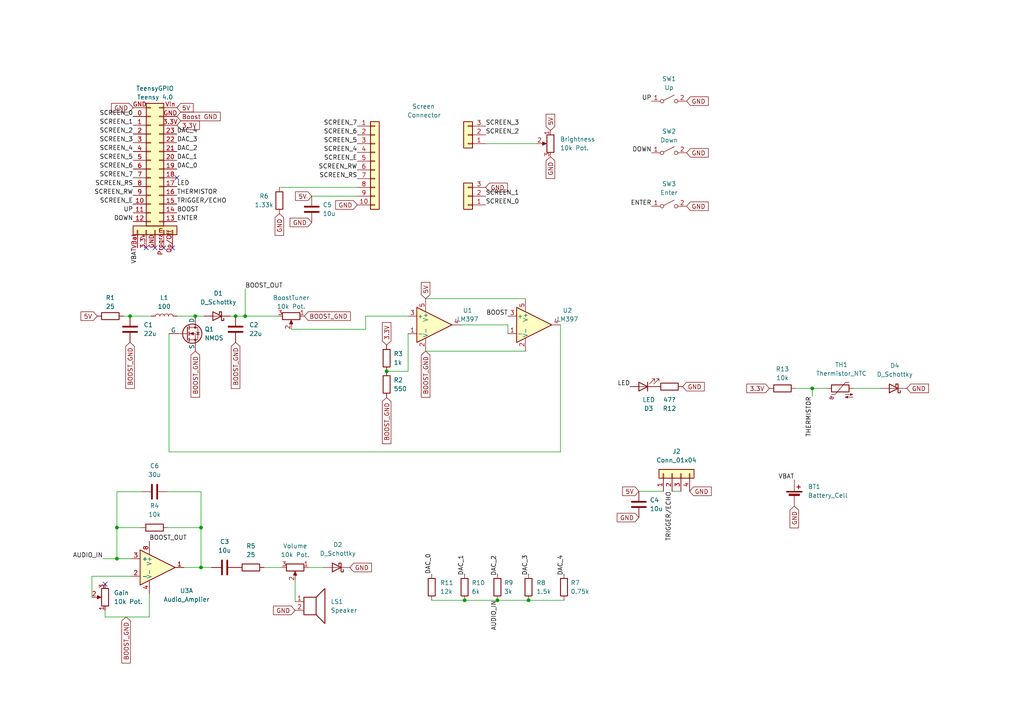
<source format=kicad_sch>
(kicad_sch (version 20230121) (generator eeschema)

  (uuid 0279fb6f-b776-47bd-ba03-03b392eb7c8e)

  (paper "A4")

  (lib_symbols
    (symbol "Comparator:LM397" (pin_names (offset 0.127)) (in_bom yes) (on_board yes)
      (property "Reference" "U" (at 1.27 5.08 0)
        (effects (font (size 1.27 1.27)))
      )
      (property "Value" "LM397" (at 3.81 -5.08 0)
        (effects (font (size 1.27 1.27)))
      )
      (property "Footprint" "Package_TO_SOT_SMD:SOT-23-5" (at 1.27 -15.24 0)
        (effects (font (size 1.27 1.27)) hide)
      )
      (property "Datasheet" "http://www.ti.com/lit/ds/symlink/lm397.pdf" (at 0 5.08 0)
        (effects (font (size 1.27 1.27)) hide)
      )
      (property "ki_keywords" "single comparator" (at 0 0 0)
        (effects (font (size 1.27 1.27)) hide)
      )
      (property "ki_description" "Single General-Purpose Voltage Comparator with Open-Collector Output, SOT-23-5" (at 0 0 0)
        (effects (font (size 1.27 1.27)) hide)
      )
      (property "ki_fp_filters" "SOT?23*" (at 0 0 0)
        (effects (font (size 1.27 1.27)) hide)
      )
      (symbol "LM397_0_1"
        (polyline
          (pts
            (xy -5.08 5.08)
            (xy 5.08 0)
            (xy -5.08 -5.08)
            (xy -5.08 5.08)
          )
          (stroke (width 0.254) (type default))
          (fill (type background))
        )
      )
      (symbol "LM397_1_1"
        (pin input line (at -7.62 -2.54 0) (length 2.54)
          (name "-" (effects (font (size 1.27 1.27))))
          (number "1" (effects (font (size 1.27 1.27))))
        )
        (pin power_in line (at -2.54 -7.62 90) (length 3.81)
          (name "V-" (effects (font (size 1.27 1.27))))
          (number "2" (effects (font (size 1.27 1.27))))
        )
        (pin input line (at -7.62 2.54 0) (length 2.54)
          (name "+" (effects (font (size 1.27 1.27))))
          (number "3" (effects (font (size 1.27 1.27))))
        )
        (pin open_collector line (at 7.62 0 180) (length 2.54)
          (name "~" (effects (font (size 1.27 1.27))))
          (number "4" (effects (font (size 1.27 1.27))))
        )
        (pin power_in line (at -2.54 7.62 270) (length 3.81)
          (name "V+" (effects (font (size 1.27 1.27))))
          (number "5" (effects (font (size 1.27 1.27))))
        )
      )
    )
    (symbol "Connector_Generic:Conn_01x03" (pin_names (offset 1.016) hide) (in_bom yes) (on_board yes)
      (property "Reference" "J" (at 0 5.08 0)
        (effects (font (size 1.27 1.27)))
      )
      (property "Value" "Conn_01x03" (at 0 -5.08 0)
        (effects (font (size 1.27 1.27)))
      )
      (property "Footprint" "" (at 0 0 0)
        (effects (font (size 1.27 1.27)) hide)
      )
      (property "Datasheet" "~" (at 0 0 0)
        (effects (font (size 1.27 1.27)) hide)
      )
      (property "ki_keywords" "connector" (at 0 0 0)
        (effects (font (size 1.27 1.27)) hide)
      )
      (property "ki_description" "Generic connector, single row, 01x03, script generated (kicad-library-utils/schlib/autogen/connector/)" (at 0 0 0)
        (effects (font (size 1.27 1.27)) hide)
      )
      (property "ki_fp_filters" "Connector*:*_1x??_*" (at 0 0 0)
        (effects (font (size 1.27 1.27)) hide)
      )
      (symbol "Conn_01x03_1_1"
        (rectangle (start -1.27 -2.413) (end 0 -2.667)
          (stroke (width 0.1524) (type default))
          (fill (type none))
        )
        (rectangle (start -1.27 0.127) (end 0 -0.127)
          (stroke (width 0.1524) (type default))
          (fill (type none))
        )
        (rectangle (start -1.27 2.667) (end 0 2.413)
          (stroke (width 0.1524) (type default))
          (fill (type none))
        )
        (rectangle (start -1.27 3.81) (end 1.27 -3.81)
          (stroke (width 0.254) (type default))
          (fill (type background))
        )
        (pin passive line (at -5.08 2.54 0) (length 3.81)
          (name "Pin_1" (effects (font (size 1.27 1.27))))
          (number "1" (effects (font (size 1.27 1.27))))
        )
        (pin passive line (at -5.08 0 0) (length 3.81)
          (name "Pin_2" (effects (font (size 1.27 1.27))))
          (number "2" (effects (font (size 1.27 1.27))))
        )
        (pin passive line (at -5.08 -2.54 0) (length 3.81)
          (name "Pin_3" (effects (font (size 1.27 1.27))))
          (number "3" (effects (font (size 1.27 1.27))))
        )
      )
    )
    (symbol "Connector_Generic:Conn_01x04" (pin_names (offset 1.016) hide) (in_bom yes) (on_board yes)
      (property "Reference" "J" (at 0 5.08 0)
        (effects (font (size 1.27 1.27)))
      )
      (property "Value" "Conn_01x04" (at 0 -7.62 0)
        (effects (font (size 1.27 1.27)))
      )
      (property "Footprint" "" (at 0 0 0)
        (effects (font (size 1.27 1.27)) hide)
      )
      (property "Datasheet" "~" (at 0 0 0)
        (effects (font (size 1.27 1.27)) hide)
      )
      (property "ki_keywords" "connector" (at 0 0 0)
        (effects (font (size 1.27 1.27)) hide)
      )
      (property "ki_description" "Generic connector, single row, 01x04, script generated (kicad-library-utils/schlib/autogen/connector/)" (at 0 0 0)
        (effects (font (size 1.27 1.27)) hide)
      )
      (property "ki_fp_filters" "Connector*:*_1x??_*" (at 0 0 0)
        (effects (font (size 1.27 1.27)) hide)
      )
      (symbol "Conn_01x04_1_1"
        (rectangle (start -1.27 -4.953) (end 0 -5.207)
          (stroke (width 0.1524) (type default))
          (fill (type none))
        )
        (rectangle (start -1.27 -2.413) (end 0 -2.667)
          (stroke (width 0.1524) (type default))
          (fill (type none))
        )
        (rectangle (start -1.27 0.127) (end 0 -0.127)
          (stroke (width 0.1524) (type default))
          (fill (type none))
        )
        (rectangle (start -1.27 2.667) (end 0 2.413)
          (stroke (width 0.1524) (type default))
          (fill (type none))
        )
        (rectangle (start -1.27 3.81) (end 1.27 -6.35)
          (stroke (width 0.254) (type default))
          (fill (type background))
        )
        (pin passive line (at -5.08 2.54 0) (length 3.81)
          (name "Pin_1" (effects (font (size 1.27 1.27))))
          (number "1" (effects (font (size 1.27 1.27))))
        )
        (pin passive line (at -5.08 0 0) (length 3.81)
          (name "Pin_2" (effects (font (size 1.27 1.27))))
          (number "2" (effects (font (size 1.27 1.27))))
        )
        (pin passive line (at -5.08 -2.54 0) (length 3.81)
          (name "Pin_3" (effects (font (size 1.27 1.27))))
          (number "3" (effects (font (size 1.27 1.27))))
        )
        (pin passive line (at -5.08 -5.08 0) (length 3.81)
          (name "Pin_4" (effects (font (size 1.27 1.27))))
          (number "4" (effects (font (size 1.27 1.27))))
        )
      )
    )
    (symbol "Connector_Generic:Conn_01x05" (pin_names (offset 1.016) hide) (in_bom yes) (on_board yes)
      (property "Reference" "J1" (at -8.255 0 90)
        (effects (font (size 1.27 1.27)) hide)
      )
      (property "Value" "Conn_01x05" (at -10.795 0 90)
        (effects (font (size 1.27 1.27)) hide)
      )
      (property "Footprint" "" (at 0 0 0)
        (effects (font (size 1.27 1.27)) hide)
      )
      (property "Datasheet" "~" (at 0 0 0)
        (effects (font (size 1.27 1.27)) hide)
      )
      (property "ki_keywords" "connector" (at 0 0 0)
        (effects (font (size 1.27 1.27)) hide)
      )
      (property "ki_description" "Generic connector, single row, 01x05, script generated (kicad-library-utils/schlib/autogen/connector/)" (at 0 0 0)
        (effects (font (size 1.27 1.27)) hide)
      )
      (property "ki_fp_filters" "Connector*:*_1x??_*" (at 0 0 0)
        (effects (font (size 1.27 1.27)) hide)
      )
      (symbol "Conn_01x05_1_1"
        (rectangle (start -1.27 -4.953) (end 0 -5.207)
          (stroke (width 0.1524) (type default))
          (fill (type none))
        )
        (rectangle (start -1.27 -2.413) (end 0 -2.667)
          (stroke (width 0.1524) (type default))
          (fill (type none))
        )
        (rectangle (start -1.27 0.127) (end 0 -0.127)
          (stroke (width 0.1524) (type default))
          (fill (type none))
        )
        (rectangle (start -1.27 2.667) (end 0 2.413)
          (stroke (width 0.1524) (type default))
          (fill (type none))
        )
        (rectangle (start -1.27 5.207) (end 0 4.953)
          (stroke (width 0.1524) (type default))
          (fill (type none))
        )
        (rectangle (start -1.27 6.35) (end 1.27 -6.35)
          (stroke (width 0.254) (type default))
          (fill (type background))
        )
        (pin passive line (at -5.08 2.54 0) (length 3.81)
          (name "Pin_2" (effects (font (size 1.27 1.27))))
          (number "3.3V" (effects (font (size 1.27 1.27))))
        )
        (pin passive line (at -5.08 0 0) (length 3.81)
          (name "Pin_3" (effects (font (size 1.27 1.27))))
          (number "GND" (effects (font (size 1.27 1.27))))
        )
        (pin passive line (at -5.08 -5.08 0) (length 3.81)
          (name "Pin_5" (effects (font (size 1.27 1.27))))
          (number "On/Off" (effects (font (size 1.27 1.27))))
        )
        (pin passive line (at -5.08 -2.54 0) (length 3.81)
          (name "Pin_4" (effects (font (size 1.27 1.27))))
          (number "Program" (effects (font (size 1.27 1.27))))
        )
        (pin passive line (at -5.08 5.08 0) (length 3.81)
          (name "Pin_1" (effects (font (size 1.27 1.27))))
          (number "VBat" (effects (font (size 1.27 1.27))))
        )
      )
    )
    (symbol "Connector_Generic:Conn_01x10" (pin_names (offset 1.016) hide) (in_bom yes) (on_board yes)
      (property "Reference" "J" (at 0 12.7 0)
        (effects (font (size 1.27 1.27)))
      )
      (property "Value" "Conn_01x10" (at 0 -15.24 0)
        (effects (font (size 1.27 1.27)))
      )
      (property "Footprint" "" (at 0 0 0)
        (effects (font (size 1.27 1.27)) hide)
      )
      (property "Datasheet" "~" (at 0 0 0)
        (effects (font (size 1.27 1.27)) hide)
      )
      (property "ki_keywords" "connector" (at 0 0 0)
        (effects (font (size 1.27 1.27)) hide)
      )
      (property "ki_description" "Generic connector, single row, 01x10, script generated (kicad-library-utils/schlib/autogen/connector/)" (at 0 0 0)
        (effects (font (size 1.27 1.27)) hide)
      )
      (property "ki_fp_filters" "Connector*:*_1x??_*" (at 0 0 0)
        (effects (font (size 1.27 1.27)) hide)
      )
      (symbol "Conn_01x10_1_1"
        (rectangle (start -1.27 -12.573) (end 0 -12.827)
          (stroke (width 0.1524) (type default))
          (fill (type none))
        )
        (rectangle (start -1.27 -10.033) (end 0 -10.287)
          (stroke (width 0.1524) (type default))
          (fill (type none))
        )
        (rectangle (start -1.27 -7.493) (end 0 -7.747)
          (stroke (width 0.1524) (type default))
          (fill (type none))
        )
        (rectangle (start -1.27 -4.953) (end 0 -5.207)
          (stroke (width 0.1524) (type default))
          (fill (type none))
        )
        (rectangle (start -1.27 -2.413) (end 0 -2.667)
          (stroke (width 0.1524) (type default))
          (fill (type none))
        )
        (rectangle (start -1.27 0.127) (end 0 -0.127)
          (stroke (width 0.1524) (type default))
          (fill (type none))
        )
        (rectangle (start -1.27 2.667) (end 0 2.413)
          (stroke (width 0.1524) (type default))
          (fill (type none))
        )
        (rectangle (start -1.27 5.207) (end 0 4.953)
          (stroke (width 0.1524) (type default))
          (fill (type none))
        )
        (rectangle (start -1.27 7.747) (end 0 7.493)
          (stroke (width 0.1524) (type default))
          (fill (type none))
        )
        (rectangle (start -1.27 10.287) (end 0 10.033)
          (stroke (width 0.1524) (type default))
          (fill (type none))
        )
        (rectangle (start -1.27 11.43) (end 1.27 -13.97)
          (stroke (width 0.254) (type default))
          (fill (type background))
        )
        (pin passive line (at -5.08 10.16 0) (length 3.81)
          (name "Pin_1" (effects (font (size 1.27 1.27))))
          (number "1" (effects (font (size 1.27 1.27))))
        )
        (pin passive line (at -5.08 -12.7 0) (length 3.81)
          (name "Pin_10" (effects (font (size 1.27 1.27))))
          (number "10" (effects (font (size 1.27 1.27))))
        )
        (pin passive line (at -5.08 7.62 0) (length 3.81)
          (name "Pin_2" (effects (font (size 1.27 1.27))))
          (number "2" (effects (font (size 1.27 1.27))))
        )
        (pin passive line (at -5.08 5.08 0) (length 3.81)
          (name "Pin_3" (effects (font (size 1.27 1.27))))
          (number "3" (effects (font (size 1.27 1.27))))
        )
        (pin passive line (at -5.08 2.54 0) (length 3.81)
          (name "Pin_4" (effects (font (size 1.27 1.27))))
          (number "4" (effects (font (size 1.27 1.27))))
        )
        (pin passive line (at -5.08 0 0) (length 3.81)
          (name "Pin_5" (effects (font (size 1.27 1.27))))
          (number "5" (effects (font (size 1.27 1.27))))
        )
        (pin passive line (at -5.08 -2.54 0) (length 3.81)
          (name "Pin_6" (effects (font (size 1.27 1.27))))
          (number "6" (effects (font (size 1.27 1.27))))
        )
        (pin passive line (at -5.08 -5.08 0) (length 3.81)
          (name "Pin_7" (effects (font (size 1.27 1.27))))
          (number "7" (effects (font (size 1.27 1.27))))
        )
        (pin passive line (at -5.08 -7.62 0) (length 3.81)
          (name "Pin_8" (effects (font (size 1.27 1.27))))
          (number "8" (effects (font (size 1.27 1.27))))
        )
        (pin passive line (at -5.08 -10.16 0) (length 3.81)
          (name "Pin_9" (effects (font (size 1.27 1.27))))
          (number "9" (effects (font (size 1.27 1.27))))
        )
      )
    )
    (symbol "Connector_Generic:Conn_02x14_Counter_Clockwise" (pin_names (offset 1.016) hide) (in_bom yes) (on_board yes)
      (property "Reference" "TeensyGPIO" (at 1.27 20.828 0)
        (effects (font (size 1.27 1.27)))
      )
      (property "Value" "Teensy 4.0" (at 1.27 18.288 0)
        (effects (font (size 1.27 1.27)))
      )
      (property "Footprint" "" (at 0 0 0)
        (effects (font (size 1.27 1.27)) hide)
      )
      (property "Datasheet" "~" (at 0 0 0)
        (effects (font (size 1.27 1.27)) hide)
      )
      (property "ki_keywords" "connector" (at 0 0 0)
        (effects (font (size 1.27 1.27)) hide)
      )
      (property "ki_description" "Generic connector, double row, 02x14, counter clockwise pin numbering scheme (similar to DIP package numbering), script generated (kicad-library-utils/schlib/autogen/connector/)" (at 0 0 0)
        (effects (font (size 1.27 1.27)) hide)
      )
      (property "ki_fp_filters" "Connector*:*_2x??_*" (at 0 0 0)
        (effects (font (size 1.27 1.27)) hide)
      )
      (symbol "Conn_02x14_Counter_Clockwise_1_1"
        (rectangle (start -1.27 -17.653) (end 0 -17.907)
          (stroke (width 0.1524) (type default))
          (fill (type none))
        )
        (rectangle (start -1.27 -15.113) (end 0 -15.367)
          (stroke (width 0.1524) (type default))
          (fill (type none))
        )
        (rectangle (start -1.27 -12.573) (end 0 -12.827)
          (stroke (width 0.1524) (type default))
          (fill (type none))
        )
        (rectangle (start -1.27 -10.033) (end 0 -10.287)
          (stroke (width 0.1524) (type default))
          (fill (type none))
        )
        (rectangle (start -1.27 -7.493) (end 0 -7.747)
          (stroke (width 0.1524) (type default))
          (fill (type none))
        )
        (rectangle (start -1.27 -4.953) (end 0 -5.207)
          (stroke (width 0.1524) (type default))
          (fill (type none))
        )
        (rectangle (start -1.27 -2.413) (end 0 -2.667)
          (stroke (width 0.1524) (type default))
          (fill (type none))
        )
        (rectangle (start -1.27 0.127) (end 0 -0.127)
          (stroke (width 0.1524) (type default))
          (fill (type none))
        )
        (rectangle (start -1.27 2.667) (end 0 2.413)
          (stroke (width 0.1524) (type default))
          (fill (type none))
        )
        (rectangle (start -1.27 5.207) (end 0 4.953)
          (stroke (width 0.1524) (type default))
          (fill (type none))
        )
        (rectangle (start -1.27 7.747) (end 0 7.493)
          (stroke (width 0.1524) (type default))
          (fill (type none))
        )
        (rectangle (start -1.27 10.287) (end 0 10.033)
          (stroke (width 0.1524) (type default))
          (fill (type none))
        )
        (rectangle (start -1.27 12.827) (end 0 12.573)
          (stroke (width 0.1524) (type default))
          (fill (type none))
        )
        (rectangle (start -1.27 15.367) (end 0 15.113)
          (stroke (width 0.1524) (type default))
          (fill (type none))
        )
        (rectangle (start -1.27 16.51) (end 3.81 -19.05)
          (stroke (width 0.254) (type default))
          (fill (type background))
        )
        (rectangle (start 3.81 -17.653) (end 2.54 -17.907)
          (stroke (width 0.1524) (type default))
          (fill (type none))
        )
        (rectangle (start 3.81 -15.113) (end 2.54 -15.367)
          (stroke (width 0.1524) (type default))
          (fill (type none))
        )
        (rectangle (start 3.81 -12.573) (end 2.54 -12.827)
          (stroke (width 0.1524) (type default))
          (fill (type none))
        )
        (rectangle (start 3.81 -10.033) (end 2.54 -10.287)
          (stroke (width 0.1524) (type default))
          (fill (type none))
        )
        (rectangle (start 3.81 -7.493) (end 2.54 -7.747)
          (stroke (width 0.1524) (type default))
          (fill (type none))
        )
        (rectangle (start 3.81 -4.953) (end 2.54 -5.207)
          (stroke (width 0.1524) (type default))
          (fill (type none))
        )
        (rectangle (start 3.81 -2.413) (end 2.54 -2.667)
          (stroke (width 0.1524) (type default))
          (fill (type none))
        )
        (rectangle (start 3.81 0.127) (end 2.54 -0.127)
          (stroke (width 0.1524) (type default))
          (fill (type none))
        )
        (rectangle (start 3.81 2.667) (end 2.54 2.413)
          (stroke (width 0.1524) (type default))
          (fill (type none))
        )
        (rectangle (start 3.81 5.207) (end 2.54 4.953)
          (stroke (width 0.1524) (type default))
          (fill (type none))
        )
        (rectangle (start 3.81 7.747) (end 2.54 7.493)
          (stroke (width 0.1524) (type default))
          (fill (type none))
        )
        (rectangle (start 3.81 10.287) (end 2.54 10.033)
          (stroke (width 0.1524) (type default))
          (fill (type none))
        )
        (rectangle (start 3.81 12.827) (end 2.54 12.573)
          (stroke (width 0.1524) (type default))
          (fill (type none))
        )
        (rectangle (start 3.81 15.367) (end 2.54 15.113)
          (stroke (width 0.1524) (type default))
          (fill (type none))
        )
        (pin passive line (at -5.08 12.7 0) (length 3.81)
          (name "Pin_2" (effects (font (size 1.27 1.27))))
          (number "0" (effects (font (size 1.27 1.27))))
        )
        (pin passive line (at -5.08 10.16 0) (length 3.81)
          (name "Pin_3" (effects (font (size 1.27 1.27))))
          (number "1" (effects (font (size 1.27 1.27))))
        )
        (pin passive line (at -5.08 -12.7 0) (length 3.81)
          (name "Pin_12" (effects (font (size 1.27 1.27))))
          (number "10" (effects (font (size 1.27 1.27))))
        )
        (pin passive line (at -5.08 -15.24 0) (length 3.81)
          (name "Pin_13" (effects (font (size 1.27 1.27))))
          (number "11" (effects (font (size 1.27 1.27))))
        )
        (pin passive line (at -5.08 -17.78 0) (length 3.81)
          (name "Pin_14" (effects (font (size 1.27 1.27))))
          (number "12" (effects (font (size 1.27 1.27))))
        )
        (pin passive line (at 7.62 -17.78 180) (length 3.81)
          (name "Pin_15" (effects (font (size 1.27 1.27))))
          (number "13" (effects (font (size 1.27 1.27))))
        )
        (pin passive line (at 7.62 -15.24 180) (length 3.81)
          (name "Pin_16" (effects (font (size 1.27 1.27))))
          (number "14" (effects (font (size 1.27 1.27))))
        )
        (pin passive line (at 7.62 -12.7 180) (length 3.81)
          (name "Pin_17" (effects (font (size 1.27 1.27))))
          (number "15" (effects (font (size 1.27 1.27))))
        )
        (pin passive line (at 7.62 -10.16 180) (length 3.81)
          (name "Pin_18" (effects (font (size 1.27 1.27))))
          (number "16" (effects (font (size 1.27 1.27))))
        )
        (pin passive line (at 7.62 -7.62 180) (length 3.81)
          (name "Pin_19" (effects (font (size 1.27 1.27))))
          (number "17" (effects (font (size 1.27 1.27))))
        )
        (pin passive line (at 7.62 -5.08 180) (length 3.81)
          (name "Pin_20" (effects (font (size 1.27 1.27))))
          (number "18" (effects (font (size 1.27 1.27))))
        )
        (pin passive line (at 7.62 -2.54 180) (length 3.81)
          (name "Pin_21" (effects (font (size 1.27 1.27))))
          (number "19" (effects (font (size 1.27 1.27))))
        )
        (pin passive line (at -5.08 7.62 0) (length 3.81)
          (name "Pin_4" (effects (font (size 1.27 1.27))))
          (number "2" (effects (font (size 1.27 1.27))))
        )
        (pin passive line (at 7.62 0 180) (length 3.81)
          (name "Pin_22" (effects (font (size 1.27 1.27))))
          (number "20" (effects (font (size 1.27 1.27))))
        )
        (pin passive line (at 7.62 2.54 180) (length 3.81)
          (name "Pin_23" (effects (font (size 1.27 1.27))))
          (number "21" (effects (font (size 1.27 1.27))))
        )
        (pin passive line (at 7.62 5.08 180) (length 3.81)
          (name "Pin_24" (effects (font (size 1.27 1.27))))
          (number "22" (effects (font (size 1.27 1.27))))
        )
        (pin passive line (at 7.62 7.62 180) (length 3.81)
          (name "Pin_25" (effects (font (size 1.27 1.27))))
          (number "23" (effects (font (size 1.27 1.27))))
        )
        (pin passive line (at -5.08 5.08 0) (length 3.81)
          (name "Pin_5" (effects (font (size 1.27 1.27))))
          (number "3" (effects (font (size 1.27 1.27))))
        )
        (pin passive line (at 7.62 10.16 180) (length 3.81)
          (name "Pin_26" (effects (font (size 1.27 1.27))))
          (number "3.3V" (effects (font (size 1.27 1.27))))
        )
        (pin passive line (at -5.08 2.54 0) (length 3.81)
          (name "Pin_6" (effects (font (size 1.27 1.27))))
          (number "4" (effects (font (size 1.27 1.27))))
        )
        (pin passive line (at -5.08 0 0) (length 3.81)
          (name "Pin_7" (effects (font (size 1.27 1.27))))
          (number "5" (effects (font (size 1.27 1.27))))
        )
        (pin passive line (at -5.08 -2.54 0) (length 3.81)
          (name "Pin_8" (effects (font (size 1.27 1.27))))
          (number "6" (effects (font (size 1.27 1.27))))
        )
        (pin passive line (at -5.08 -5.08 0) (length 3.81)
          (name "Pin_9" (effects (font (size 1.27 1.27))))
          (number "7" (effects (font (size 1.27 1.27))))
        )
        (pin passive line (at -5.08 -7.62 0) (length 3.81)
          (name "Pin_10" (effects (font (size 1.27 1.27))))
          (number "8" (effects (font (size 1.27 1.27))))
        )
        (pin passive line (at -5.08 -10.16 0) (length 3.81)
          (name "Pin_11" (effects (font (size 1.27 1.27))))
          (number "9" (effects (font (size 1.27 1.27))))
        )
        (pin passive line (at -5.08 15.24 0) (length 3.81)
          (name "Pin_1" (effects (font (size 1.27 1.27))))
          (number "GND" (effects (font (size 1.27 1.27))))
        )
        (pin passive line (at 7.62 12.7 180) (length 3.81)
          (name "Pin_27" (effects (font (size 1.27 1.27))))
          (number "GND" (effects (font (size 1.27 1.27))))
        )
        (pin passive line (at 7.62 15.24 180) (length 3.81)
          (name "Pin_28" (effects (font (size 1.27 1.27))))
          (number "Vin" (effects (font (size 1.27 1.27))))
        )
      )
    )
    (symbol "Device:Battery_Cell" (pin_numbers hide) (pin_names (offset 0) hide) (in_bom yes) (on_board yes)
      (property "Reference" "BT" (at 2.54 2.54 0)
        (effects (font (size 1.27 1.27)) (justify left))
      )
      (property "Value" "Battery_Cell" (at 2.54 0 0)
        (effects (font (size 1.27 1.27)) (justify left))
      )
      (property "Footprint" "" (at 0 1.524 90)
        (effects (font (size 1.27 1.27)) hide)
      )
      (property "Datasheet" "~" (at 0 1.524 90)
        (effects (font (size 1.27 1.27)) hide)
      )
      (property "ki_keywords" "battery cell" (at 0 0 0)
        (effects (font (size 1.27 1.27)) hide)
      )
      (property "ki_description" "Single-cell battery" (at 0 0 0)
        (effects (font (size 1.27 1.27)) hide)
      )
      (symbol "Battery_Cell_0_1"
        (rectangle (start -2.286 1.778) (end 2.286 1.524)
          (stroke (width 0) (type default))
          (fill (type outline))
        )
        (rectangle (start -1.524 1.016) (end 1.524 0.508)
          (stroke (width 0) (type default))
          (fill (type outline))
        )
        (polyline
          (pts
            (xy 0 0.762)
            (xy 0 0)
          )
          (stroke (width 0) (type default))
          (fill (type none))
        )
        (polyline
          (pts
            (xy 0 1.778)
            (xy 0 2.54)
          )
          (stroke (width 0) (type default))
          (fill (type none))
        )
        (polyline
          (pts
            (xy 0.762 3.048)
            (xy 1.778 3.048)
          )
          (stroke (width 0.254) (type default))
          (fill (type none))
        )
        (polyline
          (pts
            (xy 1.27 3.556)
            (xy 1.27 2.54)
          )
          (stroke (width 0.254) (type default))
          (fill (type none))
        )
      )
      (symbol "Battery_Cell_1_1"
        (pin passive line (at 0 5.08 270) (length 2.54)
          (name "+" (effects (font (size 1.27 1.27))))
          (number "1" (effects (font (size 1.27 1.27))))
        )
        (pin passive line (at 0 -2.54 90) (length 2.54)
          (name "-" (effects (font (size 1.27 1.27))))
          (number "2" (effects (font (size 1.27 1.27))))
        )
      )
    )
    (symbol "Device:C" (pin_numbers hide) (pin_names (offset 0.254)) (in_bom yes) (on_board yes)
      (property "Reference" "C" (at 0.635 2.54 0)
        (effects (font (size 1.27 1.27)) (justify left))
      )
      (property "Value" "C" (at 0.635 -2.54 0)
        (effects (font (size 1.27 1.27)) (justify left))
      )
      (property "Footprint" "" (at 0.9652 -3.81 0)
        (effects (font (size 1.27 1.27)) hide)
      )
      (property "Datasheet" "~" (at 0 0 0)
        (effects (font (size 1.27 1.27)) hide)
      )
      (property "ki_keywords" "cap capacitor" (at 0 0 0)
        (effects (font (size 1.27 1.27)) hide)
      )
      (property "ki_description" "Unpolarized capacitor" (at 0 0 0)
        (effects (font (size 1.27 1.27)) hide)
      )
      (property "ki_fp_filters" "C_*" (at 0 0 0)
        (effects (font (size 1.27 1.27)) hide)
      )
      (symbol "C_0_1"
        (polyline
          (pts
            (xy -2.032 -0.762)
            (xy 2.032 -0.762)
          )
          (stroke (width 0.508) (type default))
          (fill (type none))
        )
        (polyline
          (pts
            (xy -2.032 0.762)
            (xy 2.032 0.762)
          )
          (stroke (width 0.508) (type default))
          (fill (type none))
        )
      )
      (symbol "C_1_1"
        (pin passive line (at 0 3.81 270) (length 2.794)
          (name "~" (effects (font (size 1.27 1.27))))
          (number "1" (effects (font (size 1.27 1.27))))
        )
        (pin passive line (at 0 -3.81 90) (length 2.794)
          (name "~" (effects (font (size 1.27 1.27))))
          (number "2" (effects (font (size 1.27 1.27))))
        )
      )
    )
    (symbol "Device:D_Schottky" (pin_numbers hide) (pin_names (offset 1.016) hide) (in_bom yes) (on_board yes)
      (property "Reference" "D" (at 0 2.54 0)
        (effects (font (size 1.27 1.27)))
      )
      (property "Value" "D_Schottky" (at 0 -2.54 0)
        (effects (font (size 1.27 1.27)))
      )
      (property "Footprint" "" (at 0 0 0)
        (effects (font (size 1.27 1.27)) hide)
      )
      (property "Datasheet" "~" (at 0 0 0)
        (effects (font (size 1.27 1.27)) hide)
      )
      (property "ki_keywords" "diode Schottky" (at 0 0 0)
        (effects (font (size 1.27 1.27)) hide)
      )
      (property "ki_description" "Schottky diode" (at 0 0 0)
        (effects (font (size 1.27 1.27)) hide)
      )
      (property "ki_fp_filters" "TO-???* *_Diode_* *SingleDiode* D_*" (at 0 0 0)
        (effects (font (size 1.27 1.27)) hide)
      )
      (symbol "D_Schottky_0_1"
        (polyline
          (pts
            (xy 1.27 0)
            (xy -1.27 0)
          )
          (stroke (width 0) (type default))
          (fill (type none))
        )
        (polyline
          (pts
            (xy 1.27 1.27)
            (xy 1.27 -1.27)
            (xy -1.27 0)
            (xy 1.27 1.27)
          )
          (stroke (width 0.254) (type default))
          (fill (type none))
        )
        (polyline
          (pts
            (xy -1.905 0.635)
            (xy -1.905 1.27)
            (xy -1.27 1.27)
            (xy -1.27 -1.27)
            (xy -0.635 -1.27)
            (xy -0.635 -0.635)
          )
          (stroke (width 0.254) (type default))
          (fill (type none))
        )
      )
      (symbol "D_Schottky_1_1"
        (pin passive line (at -3.81 0 0) (length 2.54)
          (name "K" (effects (font (size 1.27 1.27))))
          (number "1" (effects (font (size 1.27 1.27))))
        )
        (pin passive line (at 3.81 0 180) (length 2.54)
          (name "A" (effects (font (size 1.27 1.27))))
          (number "2" (effects (font (size 1.27 1.27))))
        )
      )
    )
    (symbol "Device:L" (pin_numbers hide) (pin_names (offset 1.016) hide) (in_bom yes) (on_board yes)
      (property "Reference" "L" (at -1.27 0 90)
        (effects (font (size 1.27 1.27)))
      )
      (property "Value" "L" (at 1.905 0 90)
        (effects (font (size 1.27 1.27)))
      )
      (property "Footprint" "" (at 0 0 0)
        (effects (font (size 1.27 1.27)) hide)
      )
      (property "Datasheet" "~" (at 0 0 0)
        (effects (font (size 1.27 1.27)) hide)
      )
      (property "ki_keywords" "inductor choke coil reactor magnetic" (at 0 0 0)
        (effects (font (size 1.27 1.27)) hide)
      )
      (property "ki_description" "Inductor" (at 0 0 0)
        (effects (font (size 1.27 1.27)) hide)
      )
      (property "ki_fp_filters" "Choke_* *Coil* Inductor_* L_*" (at 0 0 0)
        (effects (font (size 1.27 1.27)) hide)
      )
      (symbol "L_0_1"
        (arc (start 0 -2.54) (mid 0.6323 -1.905) (end 0 -1.27)
          (stroke (width 0) (type default))
          (fill (type none))
        )
        (arc (start 0 -1.27) (mid 0.6323 -0.635) (end 0 0)
          (stroke (width 0) (type default))
          (fill (type none))
        )
        (arc (start 0 0) (mid 0.6323 0.635) (end 0 1.27)
          (stroke (width 0) (type default))
          (fill (type none))
        )
        (arc (start 0 1.27) (mid 0.6323 1.905) (end 0 2.54)
          (stroke (width 0) (type default))
          (fill (type none))
        )
      )
      (symbol "L_1_1"
        (pin passive line (at 0 3.81 270) (length 1.27)
          (name "1" (effects (font (size 1.27 1.27))))
          (number "1" (effects (font (size 1.27 1.27))))
        )
        (pin passive line (at 0 -3.81 90) (length 1.27)
          (name "2" (effects (font (size 1.27 1.27))))
          (number "2" (effects (font (size 1.27 1.27))))
        )
      )
    )
    (symbol "Device:LED" (pin_numbers hide) (pin_names (offset 1.016) hide) (in_bom yes) (on_board yes)
      (property "Reference" "D" (at 0 2.54 0)
        (effects (font (size 1.27 1.27)))
      )
      (property "Value" "LED" (at 0 -2.54 0)
        (effects (font (size 1.27 1.27)))
      )
      (property "Footprint" "" (at 0 0 0)
        (effects (font (size 1.27 1.27)) hide)
      )
      (property "Datasheet" "~" (at 0 0 0)
        (effects (font (size 1.27 1.27)) hide)
      )
      (property "ki_keywords" "LED diode" (at 0 0 0)
        (effects (font (size 1.27 1.27)) hide)
      )
      (property "ki_description" "Light emitting diode" (at 0 0 0)
        (effects (font (size 1.27 1.27)) hide)
      )
      (property "ki_fp_filters" "LED* LED_SMD:* LED_THT:*" (at 0 0 0)
        (effects (font (size 1.27 1.27)) hide)
      )
      (symbol "LED_0_1"
        (polyline
          (pts
            (xy -1.27 -1.27)
            (xy -1.27 1.27)
          )
          (stroke (width 0.254) (type default))
          (fill (type none))
        )
        (polyline
          (pts
            (xy -1.27 0)
            (xy 1.27 0)
          )
          (stroke (width 0) (type default))
          (fill (type none))
        )
        (polyline
          (pts
            (xy 1.27 -1.27)
            (xy 1.27 1.27)
            (xy -1.27 0)
            (xy 1.27 -1.27)
          )
          (stroke (width 0.254) (type default))
          (fill (type none))
        )
        (polyline
          (pts
            (xy -3.048 -0.762)
            (xy -4.572 -2.286)
            (xy -3.81 -2.286)
            (xy -4.572 -2.286)
            (xy -4.572 -1.524)
          )
          (stroke (width 0) (type default))
          (fill (type none))
        )
        (polyline
          (pts
            (xy -1.778 -0.762)
            (xy -3.302 -2.286)
            (xy -2.54 -2.286)
            (xy -3.302 -2.286)
            (xy -3.302 -1.524)
          )
          (stroke (width 0) (type default))
          (fill (type none))
        )
      )
      (symbol "LED_1_1"
        (pin passive line (at -3.81 0 0) (length 2.54)
          (name "K" (effects (font (size 1.27 1.27))))
          (number "1" (effects (font (size 1.27 1.27))))
        )
        (pin passive line (at 3.81 0 180) (length 2.54)
          (name "A" (effects (font (size 1.27 1.27))))
          (number "2" (effects (font (size 1.27 1.27))))
        )
      )
    )
    (symbol "Device:Opamp_Dual" (in_bom yes) (on_board yes)
      (property "Reference" "U" (at 0 5.08 0)
        (effects (font (size 1.27 1.27)) (justify left))
      )
      (property "Value" "Opamp_Dual" (at 0 -5.08 0)
        (effects (font (size 1.27 1.27)) (justify left))
      )
      (property "Footprint" "" (at 0 0 0)
        (effects (font (size 1.27 1.27)) hide)
      )
      (property "Datasheet" "~" (at 0 0 0)
        (effects (font (size 1.27 1.27)) hide)
      )
      (property "ki_locked" "" (at 0 0 0)
        (effects (font (size 1.27 1.27)))
      )
      (property "ki_keywords" "dual opamp" (at 0 0 0)
        (effects (font (size 1.27 1.27)) hide)
      )
      (property "ki_description" "Dual operational amplifier" (at 0 0 0)
        (effects (font (size 1.27 1.27)) hide)
      )
      (property "ki_fp_filters" "SOIC*3.9x4.9mm*P1.27mm* DIP*W7.62mm* MSOP*3x3mm*P0.65mm* SSOP*2.95x2.8mm*P0.65mm* TSSOP*3x3mm*P0.65mm* VSSOP*P0.5mm* TO?99*" (at 0 0 0)
        (effects (font (size 1.27 1.27)) hide)
      )
      (symbol "Opamp_Dual_1_1"
        (polyline
          (pts
            (xy -5.08 5.08)
            (xy 5.08 0)
            (xy -5.08 -5.08)
            (xy -5.08 5.08)
          )
          (stroke (width 0.254) (type default))
          (fill (type background))
        )
        (pin output line (at 7.62 0 180) (length 2.54)
          (name "~" (effects (font (size 1.27 1.27))))
          (number "1" (effects (font (size 1.27 1.27))))
        )
        (pin input line (at -7.62 -2.54 0) (length 2.54)
          (name "-" (effects (font (size 1.27 1.27))))
          (number "2" (effects (font (size 1.27 1.27))))
        )
        (pin input line (at -7.62 2.54 0) (length 2.54)
          (name "+" (effects (font (size 1.27 1.27))))
          (number "3" (effects (font (size 1.27 1.27))))
        )
      )
      (symbol "Opamp_Dual_2_1"
        (polyline
          (pts
            (xy -5.08 5.08)
            (xy 5.08 0)
            (xy -5.08 -5.08)
            (xy -5.08 5.08)
          )
          (stroke (width 0.254) (type default))
          (fill (type background))
        )
        (pin input line (at -7.62 2.54 0) (length 2.54)
          (name "+" (effects (font (size 1.27 1.27))))
          (number "5" (effects (font (size 1.27 1.27))))
        )
        (pin input line (at -7.62 -2.54 0) (length 2.54)
          (name "-" (effects (font (size 1.27 1.27))))
          (number "6" (effects (font (size 1.27 1.27))))
        )
        (pin output line (at 7.62 0 180) (length 2.54)
          (name "~" (effects (font (size 1.27 1.27))))
          (number "7" (effects (font (size 1.27 1.27))))
        )
      )
      (symbol "Opamp_Dual_3_1"
        (pin power_in line (at -2.54 -7.62 90) (length 3.81)
          (name "V-" (effects (font (size 1.27 1.27))))
          (number "4" (effects (font (size 1.27 1.27))))
        )
        (pin power_in line (at -2.54 7.62 270) (length 3.81)
          (name "V+" (effects (font (size 1.27 1.27))))
          (number "8" (effects (font (size 1.27 1.27))))
        )
      )
    )
    (symbol "Device:R" (pin_numbers hide) (pin_names (offset 0)) (in_bom yes) (on_board yes)
      (property "Reference" "R" (at 2.032 0 90)
        (effects (font (size 1.27 1.27)))
      )
      (property "Value" "R" (at 0 0 90)
        (effects (font (size 1.27 1.27)))
      )
      (property "Footprint" "" (at -1.778 0 90)
        (effects (font (size 1.27 1.27)) hide)
      )
      (property "Datasheet" "~" (at 0 0 0)
        (effects (font (size 1.27 1.27)) hide)
      )
      (property "ki_keywords" "R res resistor" (at 0 0 0)
        (effects (font (size 1.27 1.27)) hide)
      )
      (property "ki_description" "Resistor" (at 0 0 0)
        (effects (font (size 1.27 1.27)) hide)
      )
      (property "ki_fp_filters" "R_*" (at 0 0 0)
        (effects (font (size 1.27 1.27)) hide)
      )
      (symbol "R_0_1"
        (rectangle (start -1.016 -2.54) (end 1.016 2.54)
          (stroke (width 0.254) (type default))
          (fill (type none))
        )
      )
      (symbol "R_1_1"
        (pin passive line (at 0 3.81 270) (length 1.27)
          (name "~" (effects (font (size 1.27 1.27))))
          (number "1" (effects (font (size 1.27 1.27))))
        )
        (pin passive line (at 0 -3.81 90) (length 1.27)
          (name "~" (effects (font (size 1.27 1.27))))
          (number "2" (effects (font (size 1.27 1.27))))
        )
      )
    )
    (symbol "Device:R_Potentiometer" (pin_names (offset 1.016) hide) (in_bom yes) (on_board yes)
      (property "Reference" "RV" (at -4.445 0 90)
        (effects (font (size 1.27 1.27)))
      )
      (property "Value" "R_Potentiometer" (at -2.54 0 90)
        (effects (font (size 1.27 1.27)))
      )
      (property "Footprint" "" (at 0 0 0)
        (effects (font (size 1.27 1.27)) hide)
      )
      (property "Datasheet" "~" (at 0 0 0)
        (effects (font (size 1.27 1.27)) hide)
      )
      (property "ki_keywords" "resistor variable" (at 0 0 0)
        (effects (font (size 1.27 1.27)) hide)
      )
      (property "ki_description" "Potentiometer" (at 0 0 0)
        (effects (font (size 1.27 1.27)) hide)
      )
      (property "ki_fp_filters" "Potentiometer*" (at 0 0 0)
        (effects (font (size 1.27 1.27)) hide)
      )
      (symbol "R_Potentiometer_0_1"
        (polyline
          (pts
            (xy 2.54 0)
            (xy 1.524 0)
          )
          (stroke (width 0) (type default))
          (fill (type none))
        )
        (polyline
          (pts
            (xy 1.143 0)
            (xy 2.286 0.508)
            (xy 2.286 -0.508)
            (xy 1.143 0)
          )
          (stroke (width 0) (type default))
          (fill (type outline))
        )
        (rectangle (start 1.016 2.54) (end -1.016 -2.54)
          (stroke (width 0.254) (type default))
          (fill (type none))
        )
      )
      (symbol "R_Potentiometer_1_1"
        (pin passive line (at 0 3.81 270) (length 1.27)
          (name "1" (effects (font (size 1.27 1.27))))
          (number "1" (effects (font (size 1.27 1.27))))
        )
        (pin passive line (at 3.81 0 180) (length 1.27)
          (name "2" (effects (font (size 1.27 1.27))))
          (number "2" (effects (font (size 1.27 1.27))))
        )
        (pin passive line (at 0 -3.81 90) (length 1.27)
          (name "3" (effects (font (size 1.27 1.27))))
          (number "3" (effects (font (size 1.27 1.27))))
        )
      )
    )
    (symbol "Device:Speaker" (pin_names (offset 0) hide) (in_bom yes) (on_board yes)
      (property "Reference" "LS" (at 1.27 5.715 0)
        (effects (font (size 1.27 1.27)) (justify right))
      )
      (property "Value" "Speaker" (at 1.27 3.81 0)
        (effects (font (size 1.27 1.27)) (justify right))
      )
      (property "Footprint" "" (at 0 -5.08 0)
        (effects (font (size 1.27 1.27)) hide)
      )
      (property "Datasheet" "~" (at -0.254 -1.27 0)
        (effects (font (size 1.27 1.27)) hide)
      )
      (property "ki_keywords" "speaker sound" (at 0 0 0)
        (effects (font (size 1.27 1.27)) hide)
      )
      (property "ki_description" "Speaker" (at 0 0 0)
        (effects (font (size 1.27 1.27)) hide)
      )
      (symbol "Speaker_0_0"
        (rectangle (start -2.54 1.27) (end 1.016 -3.81)
          (stroke (width 0.254) (type default))
          (fill (type none))
        )
        (polyline
          (pts
            (xy 1.016 1.27)
            (xy 3.556 3.81)
            (xy 3.556 -6.35)
            (xy 1.016 -3.81)
          )
          (stroke (width 0.254) (type default))
          (fill (type none))
        )
      )
      (symbol "Speaker_1_1"
        (pin input line (at -5.08 0 0) (length 2.54)
          (name "1" (effects (font (size 1.27 1.27))))
          (number "1" (effects (font (size 1.27 1.27))))
        )
        (pin input line (at -5.08 -2.54 0) (length 2.54)
          (name "2" (effects (font (size 1.27 1.27))))
          (number "2" (effects (font (size 1.27 1.27))))
        )
      )
    )
    (symbol "Device:Thermistor_NTC" (pin_numbers hide) (pin_names (offset 0)) (in_bom yes) (on_board yes)
      (property "Reference" "TH" (at -4.445 0 90)
        (effects (font (size 1.27 1.27)))
      )
      (property "Value" "Thermistor_NTC" (at 3.175 0 90)
        (effects (font (size 1.27 1.27)))
      )
      (property "Footprint" "" (at 0 1.27 0)
        (effects (font (size 1.27 1.27)) hide)
      )
      (property "Datasheet" "~" (at 0 1.27 0)
        (effects (font (size 1.27 1.27)) hide)
      )
      (property "ki_keywords" "thermistor NTC resistor sensor RTD" (at 0 0 0)
        (effects (font (size 1.27 1.27)) hide)
      )
      (property "ki_description" "Temperature dependent resistor, negative temperature coefficient" (at 0 0 0)
        (effects (font (size 1.27 1.27)) hide)
      )
      (property "ki_fp_filters" "*NTC* *Thermistor* PIN?ARRAY* bornier* *Terminal?Block* R_*" (at 0 0 0)
        (effects (font (size 1.27 1.27)) hide)
      )
      (symbol "Thermistor_NTC_0_1"
        (arc (start -3.048 2.159) (mid -3.0495 2.3143) (end -3.175 2.413)
          (stroke (width 0) (type default))
          (fill (type none))
        )
        (arc (start -3.048 2.159) (mid -2.9736 1.9794) (end -2.794 1.905)
          (stroke (width 0) (type default))
          (fill (type none))
        )
        (arc (start -3.048 2.794) (mid -2.9736 2.6144) (end -2.794 2.54)
          (stroke (width 0) (type default))
          (fill (type none))
        )
        (arc (start -2.794 1.905) (mid -2.6144 1.9794) (end -2.54 2.159)
          (stroke (width 0) (type default))
          (fill (type none))
        )
        (arc (start -2.794 2.54) (mid -2.4393 2.5587) (end -2.159 2.794)
          (stroke (width 0) (type default))
          (fill (type none))
        )
        (arc (start -2.794 3.048) (mid -2.9736 2.9736) (end -3.048 2.794)
          (stroke (width 0) (type default))
          (fill (type none))
        )
        (arc (start -2.54 2.794) (mid -2.6144 2.9736) (end -2.794 3.048)
          (stroke (width 0) (type default))
          (fill (type none))
        )
        (rectangle (start -1.016 2.54) (end 1.016 -2.54)
          (stroke (width 0.254) (type default))
          (fill (type none))
        )
        (polyline
          (pts
            (xy -2.54 2.159)
            (xy -2.54 2.794)
          )
          (stroke (width 0) (type default))
          (fill (type none))
        )
        (polyline
          (pts
            (xy -1.778 2.54)
            (xy -1.778 1.524)
            (xy 1.778 -1.524)
            (xy 1.778 -2.54)
          )
          (stroke (width 0) (type default))
          (fill (type none))
        )
        (polyline
          (pts
            (xy -2.54 -3.683)
            (xy -2.54 -1.397)
            (xy -2.794 -2.159)
            (xy -2.286 -2.159)
            (xy -2.54 -1.397)
            (xy -2.54 -1.651)
          )
          (stroke (width 0) (type default))
          (fill (type outline))
        )
        (polyline
          (pts
            (xy -1.778 -1.397)
            (xy -1.778 -3.683)
            (xy -2.032 -2.921)
            (xy -1.524 -2.921)
            (xy -1.778 -3.683)
            (xy -1.778 -3.429)
          )
          (stroke (width 0) (type default))
          (fill (type outline))
        )
      )
      (symbol "Thermistor_NTC_1_1"
        (pin passive line (at 0 3.81 270) (length 1.27)
          (name "~" (effects (font (size 1.27 1.27))))
          (number "1" (effects (font (size 1.27 1.27))))
        )
        (pin passive line (at 0 -3.81 90) (length 1.27)
          (name "~" (effects (font (size 1.27 1.27))))
          (number "2" (effects (font (size 1.27 1.27))))
        )
      )
    )
    (symbol "Simulation_SPICE:NMOS" (pin_numbers hide) (pin_names (offset 0)) (in_bom yes) (on_board yes)
      (property "Reference" "Q" (at 5.08 1.27 0)
        (effects (font (size 1.27 1.27)) (justify left))
      )
      (property "Value" "NMOS" (at 5.08 -1.27 0)
        (effects (font (size 1.27 1.27)) (justify left))
      )
      (property "Footprint" "" (at 5.08 2.54 0)
        (effects (font (size 1.27 1.27)) hide)
      )
      (property "Datasheet" "https://ngspice.sourceforge.io/docs/ngspice-manual.pdf" (at 0 -12.7 0)
        (effects (font (size 1.27 1.27)) hide)
      )
      (property "Sim.Device" "NMOS" (at 0 -17.145 0)
        (effects (font (size 1.27 1.27)) hide)
      )
      (property "Sim.Type" "VDMOS" (at 0 -19.05 0)
        (effects (font (size 1.27 1.27)) hide)
      )
      (property "Sim.Pins" "1=D 2=G 3=S" (at 0 -15.24 0)
        (effects (font (size 1.27 1.27)) hide)
      )
      (property "ki_keywords" "transistor NMOS N-MOS N-MOSFET simulation" (at 0 0 0)
        (effects (font (size 1.27 1.27)) hide)
      )
      (property "ki_description" "N-MOSFET transistor, drain/source/gate" (at 0 0 0)
        (effects (font (size 1.27 1.27)) hide)
      )
      (symbol "NMOS_0_1"
        (polyline
          (pts
            (xy 0.254 0)
            (xy -2.54 0)
          )
          (stroke (width 0) (type default))
          (fill (type none))
        )
        (polyline
          (pts
            (xy 0.254 1.905)
            (xy 0.254 -1.905)
          )
          (stroke (width 0.254) (type default))
          (fill (type none))
        )
        (polyline
          (pts
            (xy 0.762 -1.27)
            (xy 0.762 -2.286)
          )
          (stroke (width 0.254) (type default))
          (fill (type none))
        )
        (polyline
          (pts
            (xy 0.762 0.508)
            (xy 0.762 -0.508)
          )
          (stroke (width 0.254) (type default))
          (fill (type none))
        )
        (polyline
          (pts
            (xy 0.762 2.286)
            (xy 0.762 1.27)
          )
          (stroke (width 0.254) (type default))
          (fill (type none))
        )
        (polyline
          (pts
            (xy 2.54 2.54)
            (xy 2.54 1.778)
          )
          (stroke (width 0) (type default))
          (fill (type none))
        )
        (polyline
          (pts
            (xy 2.54 -2.54)
            (xy 2.54 0)
            (xy 0.762 0)
          )
          (stroke (width 0) (type default))
          (fill (type none))
        )
        (polyline
          (pts
            (xy 0.762 -1.778)
            (xy 3.302 -1.778)
            (xy 3.302 1.778)
            (xy 0.762 1.778)
          )
          (stroke (width 0) (type default))
          (fill (type none))
        )
        (polyline
          (pts
            (xy 1.016 0)
            (xy 2.032 0.381)
            (xy 2.032 -0.381)
            (xy 1.016 0)
          )
          (stroke (width 0) (type default))
          (fill (type outline))
        )
        (polyline
          (pts
            (xy 2.794 0.508)
            (xy 2.921 0.381)
            (xy 3.683 0.381)
            (xy 3.81 0.254)
          )
          (stroke (width 0) (type default))
          (fill (type none))
        )
        (polyline
          (pts
            (xy 3.302 0.381)
            (xy 2.921 -0.254)
            (xy 3.683 -0.254)
            (xy 3.302 0.381)
          )
          (stroke (width 0) (type default))
          (fill (type none))
        )
        (circle (center 1.651 0) (radius 2.794)
          (stroke (width 0.254) (type default))
          (fill (type none))
        )
        (circle (center 2.54 -1.778) (radius 0.254)
          (stroke (width 0) (type default))
          (fill (type outline))
        )
        (circle (center 2.54 1.778) (radius 0.254)
          (stroke (width 0) (type default))
          (fill (type outline))
        )
      )
      (symbol "NMOS_1_1"
        (pin passive line (at 2.54 5.08 270) (length 2.54)
          (name "D" (effects (font (size 1.27 1.27))))
          (number "1" (effects (font (size 1.27 1.27))))
        )
        (pin input line (at -5.08 0 0) (length 2.54)
          (name "G" (effects (font (size 1.27 1.27))))
          (number "2" (effects (font (size 1.27 1.27))))
        )
        (pin passive line (at 2.54 -5.08 90) (length 2.54)
          (name "S" (effects (font (size 1.27 1.27))))
          (number "3" (effects (font (size 1.27 1.27))))
        )
      )
    )
    (symbol "Switch:SW_SPST" (pin_names (offset 0) hide) (in_bom yes) (on_board yes)
      (property "Reference" "SW" (at 0 3.175 0)
        (effects (font (size 1.27 1.27)))
      )
      (property "Value" "SW_SPST" (at 0 -2.54 0)
        (effects (font (size 1.27 1.27)))
      )
      (property "Footprint" "" (at 0 0 0)
        (effects (font (size 1.27 1.27)) hide)
      )
      (property "Datasheet" "~" (at 0 0 0)
        (effects (font (size 1.27 1.27)) hide)
      )
      (property "ki_keywords" "switch lever" (at 0 0 0)
        (effects (font (size 1.27 1.27)) hide)
      )
      (property "ki_description" "Single Pole Single Throw (SPST) switch" (at 0 0 0)
        (effects (font (size 1.27 1.27)) hide)
      )
      (symbol "SW_SPST_0_0"
        (circle (center -2.032 0) (radius 0.508)
          (stroke (width 0) (type default))
          (fill (type none))
        )
        (polyline
          (pts
            (xy -1.524 0.254)
            (xy 1.524 1.778)
          )
          (stroke (width 0) (type default))
          (fill (type none))
        )
        (circle (center 2.032 0) (radius 0.508)
          (stroke (width 0) (type default))
          (fill (type none))
        )
      )
      (symbol "SW_SPST_1_1"
        (pin passive line (at -5.08 0 0) (length 2.54)
          (name "A" (effects (font (size 1.27 1.27))))
          (number "1" (effects (font (size 1.27 1.27))))
        )
        (pin passive line (at 5.08 0 180) (length 2.54)
          (name "B" (effects (font (size 1.27 1.27))))
          (number "2" (effects (font (size 1.27 1.27))))
        )
      )
    )
  )

  (junction (at 56.642 91.694) (diameter 0) (color 0 0 0 0)
    (uuid 00ef9a50-c102-4688-ad57-14b1872ca11f)
  )
  (junction (at 33.909 162.052) (diameter 0) (color 0 0 0 0)
    (uuid 1ab44047-ae1b-4496-a5d8-766d8ff27dfb)
  )
  (junction (at 58.293 153.035) (diameter 0) (color 0 0 0 0)
    (uuid 2dc195ab-eb23-4d5f-aee4-627babc0d7ce)
  )
  (junction (at 71.12 91.694) (diameter 0) (color 0 0 0 0)
    (uuid 483361d3-e2af-4179-98ac-3593ad1d68c1)
  )
  (junction (at 134.747 174.117) (diameter 0) (color 0 0 0 0)
    (uuid 5b9775f0-1670-4992-b837-2160861325d4)
  )
  (junction (at 144.272 174.117) (diameter 0) (color 0 0 0 0)
    (uuid 65db153b-1951-4f96-87d6-d33476d02b17)
  )
  (junction (at 37.719 91.694) (diameter 0) (color 0 0 0 0)
    (uuid 88588bff-d974-41d1-9069-b96ce03e87b1)
  )
  (junction (at 235.585 112.649) (diameter 0) (color 0 0 0 0)
    (uuid 8966f26f-d5c7-41ad-8cd0-5127e2095239)
  )
  (junction (at 112.141 107.696) (diameter 0) (color 0 0 0 0)
    (uuid cebea48c-f7b5-44a9-8ea3-5699d703f42f)
  )
  (junction (at 68.326 91.694) (diameter 0) (color 0 0 0 0)
    (uuid d1f27b91-1d50-4d45-a53c-739fc65fb62c)
  )
  (junction (at 153.289 174.117) (diameter 0) (color 0 0 0 0)
    (uuid d5f20696-7e7a-4ed8-aa93-cf9fdc90d636)
  )
  (junction (at 58.293 164.592) (diameter 0) (color 0 0 0 0)
    (uuid d632eecc-24ba-4227-ba55-fb82f62f3955)
  )
  (junction (at 33.909 153.035) (diameter 0) (color 0 0 0 0)
    (uuid e605130b-e220-49a7-a5fe-2968efa4abba)
  )

  (no_connect (at 30.48 169.418) (uuid 01354acf-6524-4c32-9fcd-7af4482a5ac0))
  (no_connect (at 47.498 71.882) (uuid 16a6448c-3fe8-4ff7-813c-3fa373e1df81))
  (no_connect (at 51.308 51.562) (uuid 26311d7c-37a4-4e4f-b96e-6dad98abfce2))
  (no_connect (at 44.958 71.882) (uuid 62eac3e3-7c0b-41de-9f0e-15a6e2b78b3f))
  (no_connect (at 50.038 71.882) (uuid 72c0882b-86d9-4ecf-a29c-5f20405acd7d))
  (no_connect (at 42.418 71.882) (uuid df0a5925-c508-46fe-bdd2-33fe843fcef6))

  (wire (pts (xy 84.455 95.504) (xy 106.045 95.504))
    (stroke (width 0) (type default))
    (uuid 03456fb5-5d53-4eff-b323-8951830a338e)
  )
  (wire (pts (xy 81.026 54.356) (xy 103.632 54.356))
    (stroke (width 0) (type default))
    (uuid 0535050a-9131-4ffb-98e1-ea7e04031a68)
  )
  (wire (pts (xy 58.293 164.592) (xy 58.293 153.035))
    (stroke (width 0) (type default))
    (uuid 0ff71e36-1089-4d87-a228-a3a29dfed8e2)
  )
  (wire (pts (xy 147.32 94.234) (xy 147.32 96.774))
    (stroke (width 0) (type default))
    (uuid 11a4034b-d967-4dba-b4a8-ac922bc19dd6)
  )
  (wire (pts (xy 49.022 96.774) (xy 49.022 131.064))
    (stroke (width 0) (type default))
    (uuid 13193362-98ae-4ad8-9eae-267bfafc3c12)
  )
  (wire (pts (xy 185.293 142.494) (xy 192.405 142.494))
    (stroke (width 0) (type default))
    (uuid 18da14e0-aeb1-4bf6-bef6-f05ce6968073)
  )
  (wire (pts (xy 49.022 131.064) (xy 162.56 131.064))
    (stroke (width 0) (type default))
    (uuid 1b191133-cb48-4ac4-9175-3ea637d78674)
  )
  (wire (pts (xy 59.182 91.694) (xy 56.642 91.694))
    (stroke (width 0) (type default))
    (uuid 1b7702ea-08f7-4797-9144-f221e01ed9ae)
  )
  (wire (pts (xy 43.307 178.943) (xy 43.307 172.212))
    (stroke (width 0) (type default))
    (uuid 1df41bce-68a1-44ce-8a98-21be8ab6a1a0)
  )
  (wire (pts (xy 37.719 91.694) (xy 43.815 91.694))
    (stroke (width 0) (type default))
    (uuid 27f0c46b-0288-4468-acf8-a525d5315cce)
  )
  (wire (pts (xy 30.48 178.943) (xy 43.307 178.943))
    (stroke (width 0) (type default))
    (uuid 3035a42b-d0c7-4c6f-93fa-86b8d9cd7d6e)
  )
  (wire (pts (xy 123.444 86.614) (xy 152.4 86.614))
    (stroke (width 0) (type default))
    (uuid 30374948-0e99-4d21-820f-38eaabe41ac0)
  )
  (wire (pts (xy 33.909 153.035) (xy 41.021 153.035))
    (stroke (width 0) (type default))
    (uuid 314d6451-3ad6-487e-80e0-57ba0f26570a)
  )
  (wire (pts (xy 106.045 91.694) (xy 118.364 91.694))
    (stroke (width 0) (type default))
    (uuid 36614c01-2b00-4fdf-857e-a195900ce931)
  )
  (wire (pts (xy 48.641 142.621) (xy 58.293 142.621))
    (stroke (width 0) (type default))
    (uuid 3a852632-8e05-4cfa-af2a-d12ef43ea128)
  )
  (wire (pts (xy 134.747 174.117) (xy 144.272 174.117))
    (stroke (width 0) (type default))
    (uuid 3bec0561-e599-44b8-802b-9b0ef64ced64)
  )
  (wire (pts (xy 118.364 96.774) (xy 118.364 107.696))
    (stroke (width 0) (type default))
    (uuid 3e807fb5-d4e5-43e0-884c-a7f02d2af1b4)
  )
  (wire (pts (xy 58.293 164.592) (xy 61.341 164.592))
    (stroke (width 0) (type default))
    (uuid 3f1fda3c-1b59-471c-bcc6-a9d062676798)
  )
  (wire (pts (xy 125.222 174.117) (xy 134.747 174.117))
    (stroke (width 0) (type default))
    (uuid 40eb9786-fcf7-44fc-ba25-8f9de73f70d4)
  )
  (wire (pts (xy 71.12 91.694) (xy 71.12 83.82))
    (stroke (width 0) (type default))
    (uuid 41c46965-e7ad-4404-a1d7-fbbf04fc8288)
  )
  (wire (pts (xy 33.909 162.052) (xy 38.1 162.052))
    (stroke (width 0) (type default))
    (uuid 42f3b9ee-d33e-4f93-becc-94de0e7ac9c4)
  )
  (wire (pts (xy 235.585 112.649) (xy 239.903 112.649))
    (stroke (width 0) (type default))
    (uuid 503d81a0-6541-486e-a686-901e2d713395)
  )
  (wire (pts (xy 85.598 168.402) (xy 85.598 174.498))
    (stroke (width 0) (type default))
    (uuid 513ca518-f4be-45b0-9356-91a71da30324)
  )
  (wire (pts (xy 162.56 131.064) (xy 162.56 94.234))
    (stroke (width 0) (type default))
    (uuid 5c20517a-0c35-480a-bbe6-d5403dbd5520)
  )
  (wire (pts (xy 66.802 91.694) (xy 68.326 91.694))
    (stroke (width 0) (type default))
    (uuid 619117a4-c84c-4dab-a5fe-efdd11dee017)
  )
  (wire (pts (xy 134.747 166.497) (xy 134.747 166.878))
    (stroke (width 0) (type default))
    (uuid 696acf4d-bb1b-4742-ba01-f48d8799a745)
  )
  (wire (pts (xy 90.424 56.896) (xy 103.632 56.896))
    (stroke (width 0) (type default))
    (uuid 705014c2-c477-40ee-ac60-9cbc3253e7b1)
  )
  (wire (pts (xy 41.021 142.621) (xy 33.909 142.621))
    (stroke (width 0) (type default))
    (uuid 729ea447-a6e7-408f-9054-75da9210f6cf)
  )
  (wire (pts (xy 140.843 41.656) (xy 155.829 41.656))
    (stroke (width 0) (type default))
    (uuid 749713df-68d6-4f7f-bd40-be8d6735e91b)
  )
  (wire (pts (xy 33.909 153.035) (xy 33.909 162.052))
    (stroke (width 0) (type default))
    (uuid 7678c9b9-57d6-40a5-abb8-fc78943ed5b3)
  )
  (wire (pts (xy 58.293 142.621) (xy 58.293 153.035))
    (stroke (width 0) (type default))
    (uuid 78e0a864-3cb7-4196-b922-17390bae2ad8)
  )
  (wire (pts (xy 71.12 91.694) (xy 80.645 91.694))
    (stroke (width 0) (type default))
    (uuid 7b7f3af9-3173-4cff-b0e9-aa7a2fca7021)
  )
  (wire (pts (xy 144.272 166.497) (xy 144.272 167.005))
    (stroke (width 0) (type default))
    (uuid 7f546d8f-f1dd-4a05-85fd-7f992686ed55)
  )
  (wire (pts (xy 144.272 174.117) (xy 153.289 174.117))
    (stroke (width 0) (type default))
    (uuid 80963496-674f-4b93-b109-bd293ebaf110)
  )
  (wire (pts (xy 163.576 166.497) (xy 163.576 166.878))
    (stroke (width 0) (type default))
    (uuid 819d3e85-5cef-474d-bb24-5acf457ee21c)
  )
  (wire (pts (xy 153.289 174.117) (xy 163.576 174.117))
    (stroke (width 0) (type default))
    (uuid 853e0723-0a48-4242-8730-5034de5bf068)
  )
  (wire (pts (xy 123.444 101.854) (xy 152.4 101.854))
    (stroke (width 0) (type default))
    (uuid 87137e09-82fa-4f75-acdd-4e6a1ff309ee)
  )
  (wire (pts (xy 194.945 142.494) (xy 197.485 142.494))
    (stroke (width 0) (type default))
    (uuid 8acf7c7a-9010-46a1-924d-92043cef74d5)
  )
  (wire (pts (xy 235.585 114.935) (xy 235.585 112.649))
    (stroke (width 0) (type default))
    (uuid 910d8d6a-d155-49be-90c2-009aaa10a94e)
  )
  (wire (pts (xy 118.364 107.696) (xy 112.141 107.696))
    (stroke (width 0) (type default))
    (uuid 9a767504-aac0-4f77-a872-0613258ce23e)
  )
  (wire (pts (xy 30.48 178.943) (xy 30.48 177.038))
    (stroke (width 0) (type default))
    (uuid b159d5e3-021c-4a7f-a8d0-c80ac633e81a)
  )
  (wire (pts (xy 53.34 164.592) (xy 58.293 164.592))
    (stroke (width 0) (type default))
    (uuid b46a1b49-5d9d-4dad-bb28-6082eba71d3b)
  )
  (wire (pts (xy 51.435 91.694) (xy 56.642 91.694))
    (stroke (width 0) (type default))
    (uuid b69ca4fc-7666-4d1e-a827-ec3a2cd5e489)
  )
  (wire (pts (xy 68.326 91.694) (xy 71.12 91.694))
    (stroke (width 0) (type default))
    (uuid be48a666-05cf-46ce-a4bd-c68b44cea9e8)
  )
  (wire (pts (xy 33.909 142.621) (xy 33.909 153.035))
    (stroke (width 0) (type default))
    (uuid c22e47e4-d5db-4d90-a490-063aa7b48173)
  )
  (wire (pts (xy 93.853 164.592) (xy 89.408 164.592))
    (stroke (width 0) (type default))
    (uuid c8d4ad43-5721-4f2c-a5e6-b889a938a1d7)
  )
  (wire (pts (xy 58.293 153.035) (xy 48.641 153.035))
    (stroke (width 0) (type default))
    (uuid d4849e4c-b233-457d-ae85-f0c3ff36c49c)
  )
  (wire (pts (xy 153.289 166.497) (xy 153.289 166.878))
    (stroke (width 0) (type default))
    (uuid ded2fdc6-3bab-4be6-91ae-c87daa744784)
  )
  (wire (pts (xy 38.1 167.132) (xy 26.67 167.132))
    (stroke (width 0) (type default))
    (uuid e568c063-da14-4521-a920-c5ba1a7d32f5)
  )
  (wire (pts (xy 133.604 94.234) (xy 147.32 94.234))
    (stroke (width 0) (type default))
    (uuid f1a943f7-75db-4a31-bc6c-c6e90b593b6c)
  )
  (wire (pts (xy 29.845 162.052) (xy 33.909 162.052))
    (stroke (width 0) (type default))
    (uuid f1ad350a-18f2-4778-b7a0-3e3fc821a595)
  )
  (wire (pts (xy 255.397 112.649) (xy 247.523 112.649))
    (stroke (width 0) (type default))
    (uuid f2ad62a6-cce3-4482-971b-2adec0904288)
  )
  (wire (pts (xy 26.67 167.132) (xy 26.67 173.228))
    (stroke (width 0) (type default))
    (uuid f59323d4-877b-4b59-a9a7-4bcc676b5598)
  )
  (wire (pts (xy 81.788 164.592) (xy 76.581 164.592))
    (stroke (width 0) (type default))
    (uuid f5f38170-31b4-4073-84d7-5ee6f4ba3d1b)
  )
  (wire (pts (xy 230.759 112.649) (xy 235.585 112.649))
    (stroke (width 0) (type default))
    (uuid f8f9220e-67af-481b-a8c9-b2cc6d48168e)
  )
  (wire (pts (xy 106.045 95.504) (xy 106.045 91.694))
    (stroke (width 0) (type default))
    (uuid f9d1051d-f781-4ee7-bce8-3d3ae44f37f2)
  )
  (wire (pts (xy 35.814 91.694) (xy 37.719 91.694))
    (stroke (width 0) (type default))
    (uuid feeeca47-b8bd-4e89-b518-216f781f5168)
  )

  (label "SCREEN_4" (at 38.608 43.942 180) (fields_autoplaced)
    (effects (font (size 1.27 1.27)) (justify right bottom))
    (uuid 0001b472-5d9d-4626-b91d-ffb506eab32b)
  )
  (label "SCREEN_7" (at 103.632 36.576 180) (fields_autoplaced)
    (effects (font (size 1.27 1.27)) (justify right bottom))
    (uuid 01c1576b-e50a-4ddd-a0a8-0cd678d11588)
  )
  (label "DAC_3" (at 51.308 41.402 0) (fields_autoplaced)
    (effects (font (size 1.27 1.27)) (justify left bottom))
    (uuid 02f46cd8-8d2e-405d-b59b-0546288623fb)
  )
  (label "ENTER" (at 188.976 59.817 180) (fields_autoplaced)
    (effects (font (size 1.27 1.27)) (justify right bottom))
    (uuid 05e12f18-f142-4141-8a0e-d5a0e5ac0667)
  )
  (label "AUDIO_IN" (at 29.845 162.052 180) (fields_autoplaced)
    (effects (font (size 1.27 1.27)) (justify right bottom))
    (uuid 09b3de7d-7cfa-46b2-a3ad-83a08dbfd553)
  )
  (label "VBAT" (at 39.878 71.882 270) (fields_autoplaced)
    (effects (font (size 1.27 1.27)) (justify right bottom))
    (uuid 0e956c63-baa5-4b96-a4a1-5ea91adacf9f)
  )
  (label "SCREEN_E" (at 38.608 59.182 180) (fields_autoplaced)
    (effects (font (size 1.27 1.27)) (justify right bottom))
    (uuid 1ca9ee45-5f82-4a1c-87ad-e3d173bb82cc)
  )
  (label "TRIGGER{slash}ECHO" (at 51.308 59.182 0) (fields_autoplaced)
    (effects (font (size 1.27 1.27)) (justify left bottom))
    (uuid 1e8a0c15-5ba3-401d-811e-cec303b35781)
  )
  (label "SCREEN_4" (at 103.632 44.196 180) (fields_autoplaced)
    (effects (font (size 1.27 1.27)) (justify right bottom))
    (uuid 1fbd7702-12e5-4606-83b8-f6e5ebdc7f8e)
  )
  (label "DAC_2" (at 51.308 43.942 0) (fields_autoplaced)
    (effects (font (size 1.27 1.27)) (justify left bottom))
    (uuid 30a07a76-f14d-4942-84d9-9252fea3851a)
  )
  (label "DAC_1" (at 134.747 166.878 90) (fields_autoplaced)
    (effects (font (size 1.27 1.27)) (justify left bottom))
    (uuid 40f28de3-28a2-479c-aa5c-3b8bd682d123)
  )
  (label "SCREEN_1" (at 140.843 56.896 0) (fields_autoplaced)
    (effects (font (size 1.27 1.27)) (justify left bottom))
    (uuid 4b7735cc-fec4-4884-b61e-f5af5dd00aa3)
  )
  (label "DAC_4" (at 163.576 166.878 90) (fields_autoplaced)
    (effects (font (size 1.27 1.27)) (justify left bottom))
    (uuid 4e2cdd0d-13d1-4229-8eea-7bf3ec1a7279)
  )
  (label "SCREEN_2" (at 140.843 39.116 0) (fields_autoplaced)
    (effects (font (size 1.27 1.27)) (justify left bottom))
    (uuid 5c84e7f2-b768-4588-a70f-6e7a549ef6e4)
  )
  (label "AUDIO_IN" (at 144.272 174.117 270) (fields_autoplaced)
    (effects (font (size 1.27 1.27)) (justify right bottom))
    (uuid 608fedcb-b43f-4c1d-98e3-a81a58877369)
  )
  (label "DAC_3" (at 153.289 166.878 90) (fields_autoplaced)
    (effects (font (size 1.27 1.27)) (justify left bottom))
    (uuid 623827ec-ba10-49a0-af44-9439ae7bd01b)
  )
  (label "SCREEN_RW" (at 38.608 56.642 180) (fields_autoplaced)
    (effects (font (size 1.27 1.27)) (justify right bottom))
    (uuid 629a2987-7381-4ce1-a0f0-e2b9db56d9d1)
  )
  (label "THERMISTOR" (at 235.585 114.935 270) (fields_autoplaced)
    (effects (font (size 1.27 1.27)) (justify right bottom))
    (uuid 665aec19-2c6f-4532-8983-a1f2fe6443b6)
  )
  (label "UP" (at 38.608 61.722 180) (fields_autoplaced)
    (effects (font (size 1.27 1.27)) (justify right bottom))
    (uuid 6a0fe542-250f-4da7-b406-cfde9f2857f1)
  )
  (label "UP" (at 188.976 29.337 180) (fields_autoplaced)
    (effects (font (size 1.27 1.27)) (justify right bottom))
    (uuid 6aa2225b-03a5-4204-bc1b-97d3fa8546c8)
  )
  (label "BOOST_OUT" (at 43.307 156.972 0) (fields_autoplaced)
    (effects (font (size 1.27 1.27)) (justify left bottom))
    (uuid 6d04c680-325d-4007-a47c-2b108f1fa9e3)
  )
  (label "DAC_4" (at 51.308 38.862 0) (fields_autoplaced)
    (effects (font (size 1.27 1.27)) (justify left bottom))
    (uuid 7efc1985-4deb-4958-9e6c-60ce8c025831)
  )
  (label "TRIGGER{slash}ECHO" (at 194.945 142.494 270) (fields_autoplaced)
    (effects (font (size 1.27 1.27)) (justify right bottom))
    (uuid 816a9a22-3af4-4558-bc5e-aabe69aeb477)
  )
  (label "ENTER" (at 51.308 64.262 0) (fields_autoplaced)
    (effects (font (size 1.27 1.27)) (justify left bottom))
    (uuid 825f3e6b-29c0-4a57-9f91-a90d8420cc48)
  )
  (label "SCREEN_5" (at 103.632 41.656 180) (fields_autoplaced)
    (effects (font (size 1.27 1.27)) (justify right bottom))
    (uuid 83981d4b-4a74-47ae-83e3-39374e34acab)
  )
  (label "SCREEN_5" (at 38.608 46.482 180) (fields_autoplaced)
    (effects (font (size 1.27 1.27)) (justify right bottom))
    (uuid 84f1693b-86c5-4dcf-98a5-9e9e6b18e598)
  )
  (label "LED" (at 182.753 112.141 180) (fields_autoplaced)
    (effects (font (size 1.27 1.27)) (justify right bottom))
    (uuid 87dfb0a1-0631-42c5-a2a5-16bd8c9a0b8e)
  )
  (label "SCREEN_2" (at 38.608 38.862 180) (fields_autoplaced)
    (effects (font (size 1.27 1.27)) (justify right bottom))
    (uuid 92beb46a-37cf-4c93-999a-daf99b8f0ef4)
  )
  (label "DAC_1" (at 51.308 46.482 0) (fields_autoplaced)
    (effects (font (size 1.27 1.27)) (justify left bottom))
    (uuid 9490eb6f-c527-4e19-86aa-48494f69f658)
  )
  (label "SCREEN_1" (at 38.608 36.322 180) (fields_autoplaced)
    (effects (font (size 1.27 1.27)) (justify right bottom))
    (uuid 94ddb42e-d5f2-4517-b879-e12e54ab23d1)
  )
  (label "LED" (at 51.308 54.102 0) (fields_autoplaced)
    (effects (font (size 1.27 1.27)) (justify left bottom))
    (uuid 9ef5842a-ca13-4d0f-9840-57347636033e)
  )
  (label "BOOST_OUT" (at 71.12 83.82 0) (fields_autoplaced)
    (effects (font (size 1.27 1.27)) (justify left bottom))
    (uuid a15f25dc-ed7b-4f44-b459-d4f619d62a5b)
  )
  (label "DAC_0" (at 125.222 166.497 90) (fields_autoplaced)
    (effects (font (size 1.27 1.27)) (justify left bottom))
    (uuid ab74b39a-40d7-43bc-a83e-48db90b46ab4)
  )
  (label "SCREEN_RW" (at 103.632 49.276 180) (fields_autoplaced)
    (effects (font (size 1.27 1.27)) (justify right bottom))
    (uuid ad6c8644-b356-4f5a-86a0-fdf9e095c8a1)
  )
  (label "DOWN" (at 38.608 64.262 180) (fields_autoplaced)
    (effects (font (size 1.27 1.27)) (justify right bottom))
    (uuid ae462042-a3ad-4aa4-a31f-1a2a82a92036)
  )
  (label "DAC_0" (at 51.308 49.022 0) (fields_autoplaced)
    (effects (font (size 1.27 1.27)) (justify left bottom))
    (uuid b1c43019-e835-4604-8b68-28b99fa3e4e2)
  )
  (label "SCREEN_3" (at 38.608 41.402 180) (fields_autoplaced)
    (effects (font (size 1.27 1.27)) (justify right bottom))
    (uuid b7d5bb16-f1ef-496b-b53c-23f84e96c2ee)
  )
  (label "SCREEN_6" (at 103.632 39.116 180) (fields_autoplaced)
    (effects (font (size 1.27 1.27)) (justify right bottom))
    (uuid baa3f1f1-bb49-4d2d-95bb-b148ff379fe1)
  )
  (label "BOOST" (at 51.308 61.722 0) (fields_autoplaced)
    (effects (font (size 1.27 1.27)) (justify left bottom))
    (uuid bb047292-1ddc-40ab-8e6c-e62aece92050)
  )
  (label "SCREEN_0" (at 140.843 59.436 0) (fields_autoplaced)
    (effects (font (size 1.27 1.27)) (justify left bottom))
    (uuid c6791802-e70d-4909-966b-a749fbb3375f)
  )
  (label "SCREEN_7" (at 38.608 51.562 180) (fields_autoplaced)
    (effects (font (size 1.27 1.27)) (justify right bottom))
    (uuid c6965648-b203-4397-a054-5333ca7578f3)
  )
  (label "DAC_2" (at 144.272 167.005 90) (fields_autoplaced)
    (effects (font (size 1.27 1.27)) (justify left bottom))
    (uuid c6a81187-bce2-49a8-93b9-58edb9a54867)
  )
  (label "SCREEN_6" (at 38.608 49.022 180) (fields_autoplaced)
    (effects (font (size 1.27 1.27)) (justify right bottom))
    (uuid c9465775-1ff9-4af1-a5bc-c7236bccb3bc)
  )
  (label "VBAT" (at 230.378 139.192 180) (fields_autoplaced)
    (effects (font (size 1.27 1.27)) (justify right bottom))
    (uuid cd85eeae-926d-420b-8898-04487372c416)
  )
  (label "BOOST" (at 147.32 91.694 180) (fields_autoplaced)
    (effects (font (size 1.27 1.27)) (justify right bottom))
    (uuid cf611031-07f6-46b3-8e66-0fe7246f8a5c)
  )
  (label "SCREEN_RS" (at 103.632 51.816 180) (fields_autoplaced)
    (effects (font (size 1.27 1.27)) (justify right bottom))
    (uuid d270cb98-a8fd-497e-9ea5-782ea4bcdb32)
  )
  (label "SCREEN_RS" (at 38.608 54.102 180) (fields_autoplaced)
    (effects (font (size 1.27 1.27)) (justify right bottom))
    (uuid e00d2e99-d940-42b9-b2ea-5c2940bee725)
  )
  (label "DOWN" (at 188.976 44.323 180) (fields_autoplaced)
    (effects (font (size 1.27 1.27)) (justify right bottom))
    (uuid e10fc149-9662-4d6f-8070-c8dc04b0295e)
  )
  (label "SCREEN_E" (at 103.632 46.736 180) (fields_autoplaced)
    (effects (font (size 1.27 1.27)) (justify right bottom))
    (uuid e5c3088e-d71e-468b-ad6a-8b9a29fedfe4)
  )
  (label "SCREEN_0" (at 38.608 33.782 180) (fields_autoplaced)
    (effects (font (size 1.27 1.27)) (justify right bottom))
    (uuid eaf0d45c-deec-4461-9972-b0f0861ab7b7)
  )
  (label "THERMISTOR" (at 51.308 56.642 0) (fields_autoplaced)
    (effects (font (size 1.27 1.27)) (justify left bottom))
    (uuid f64e0d3f-cf72-4d5e-abf6-c5828bd078b2)
  )
  (label "SCREEN_3" (at 140.843 36.576 0) (fields_autoplaced)
    (effects (font (size 1.27 1.27)) (justify left bottom))
    (uuid fa2ccabc-7372-4750-a2c0-3b7b4a9fd55d)
  )

  (global_label "3.3V" (shape input) (at 51.308 36.322 0) (fields_autoplaced)
    (effects (font (size 1.27 1.27)) (justify left))
    (uuid 01980f0c-8c2a-4230-aa05-e778c49f89fd)
    (property "Intersheetrefs" "${INTERSHEET_REFS}" (at 58.3262 36.322 0)
      (effects (font (size 1.27 1.27)) (justify left) hide)
    )
  )
  (global_label "5V" (shape input) (at 90.424 56.896 180) (fields_autoplaced)
    (effects (font (size 1.27 1.27)) (justify right))
    (uuid 09540bd1-eb68-4f3b-877b-463be39b0737)
    (property "Intersheetrefs" "${INTERSHEET_REFS}" (at 85.2201 56.896 0)
      (effects (font (size 1.27 1.27)) (justify right) hide)
    )
  )
  (global_label "BOOST_GND" (shape input) (at 88.265 91.694 0) (fields_autoplaced)
    (effects (font (size 1.27 1.27)) (justify left))
    (uuid 0cedbaf7-83ae-4802-828e-d6e502b2c104)
    (property "Intersheetrefs" "${INTERSHEET_REFS}" (at 102.117 91.694 0)
      (effects (font (size 1.27 1.27)) (justify left) hide)
    )
  )
  (global_label "BOOST_GND" (shape input) (at 123.444 101.854 270) (fields_autoplaced)
    (effects (font (size 1.27 1.27)) (justify right))
    (uuid 104ddbaa-c988-4407-a17b-0e8e3b1be892)
    (property "Intersheetrefs" "${INTERSHEET_REFS}" (at 123.444 115.706 90)
      (effects (font (size 1.27 1.27)) (justify right) hide)
    )
  )
  (global_label "BOOST_GND" (shape input) (at 112.141 115.316 270) (fields_autoplaced)
    (effects (font (size 1.27 1.27)) (justify right))
    (uuid 14013d60-31fb-4b6f-940d-a71cd3effb7b)
    (property "Intersheetrefs" "${INTERSHEET_REFS}" (at 112.141 129.168 90)
      (effects (font (size 1.27 1.27)) (justify right) hide)
    )
  )
  (global_label "GND" (shape input) (at 200.025 142.494 0) (fields_autoplaced)
    (effects (font (size 1.27 1.27)) (justify left))
    (uuid 2a0c0fec-546c-4d49-b24a-2b796febb95f)
    (property "Intersheetrefs" "${INTERSHEET_REFS}" (at 206.8013 142.494 0)
      (effects (font (size 1.27 1.27)) (justify left) hide)
    )
  )
  (global_label "GND" (shape input) (at 81.026 61.976 270) (fields_autoplaced)
    (effects (font (size 1.27 1.27)) (justify right))
    (uuid 2f264bd0-1331-477e-9487-45ed8c8fdeb5)
    (property "Intersheetrefs" "${INTERSHEET_REFS}" (at 81.026 68.7523 90)
      (effects (font (size 1.27 1.27)) (justify left) hide)
    )
  )
  (global_label "BOOST_GND" (shape input) (at 68.326 99.314 270) (fields_autoplaced)
    (effects (font (size 1.27 1.27)) (justify right))
    (uuid 4912c74e-0092-4376-8860-cb452f625865)
    (property "Intersheetrefs" "${INTERSHEET_REFS}" (at 68.326 113.166 90)
      (effects (font (size 1.27 1.27)) (justify right) hide)
    )
  )
  (global_label "GND" (shape input) (at 140.843 54.356 0) (fields_autoplaced)
    (effects (font (size 1.27 1.27)) (justify left))
    (uuid 54d975ec-c92d-4b74-bf23-07e0ca54ae95)
    (property "Intersheetrefs" "${INTERSHEET_REFS}" (at 147.6193 54.356 0)
      (effects (font (size 1.27 1.27)) (justify left) hide)
    )
  )
  (global_label "BOOST_GND" (shape input) (at 56.642 101.854 270) (fields_autoplaced)
    (effects (font (size 1.27 1.27)) (justify right))
    (uuid 58a77536-8af1-44bd-afbb-59c8b5a26f43)
    (property "Intersheetrefs" "${INTERSHEET_REFS}" (at 56.642 115.706 90)
      (effects (font (size 1.27 1.27)) (justify right) hide)
    )
  )
  (global_label "GND" (shape input) (at 263.017 112.649 0) (fields_autoplaced)
    (effects (font (size 1.27 1.27)) (justify left))
    (uuid 69dcbeb8-f876-4ab4-9c29-45cdf7c8f036)
    (property "Intersheetrefs" "${INTERSHEET_REFS}" (at 269.7933 112.649 0)
      (effects (font (size 1.27 1.27)) (justify left) hide)
    )
  )
  (global_label "GND" (shape input) (at 90.424 64.516 180) (fields_autoplaced)
    (effects (font (size 1.27 1.27)) (justify right))
    (uuid 6dafdb89-40d2-42b1-9be7-9e02b2aec7c3)
    (property "Intersheetrefs" "${INTERSHEET_REFS}" (at 83.6477 64.516 0)
      (effects (font (size 1.27 1.27)) (justify right) hide)
    )
  )
  (global_label "GND" (shape input) (at 197.993 112.141 0) (fields_autoplaced)
    (effects (font (size 1.27 1.27)) (justify left))
    (uuid 6e4644f2-7537-4eec-9874-3c5ee55f0aec)
    (property "Intersheetrefs" "${INTERSHEET_REFS}" (at 204.7693 112.141 0)
      (effects (font (size 1.27 1.27)) (justify left) hide)
    )
  )
  (global_label "GND" (shape input) (at 230.378 146.812 270) (fields_autoplaced)
    (effects (font (size 1.27 1.27)) (justify right))
    (uuid 70cba933-9d71-4d62-800e-7b9dc2cc8802)
    (property "Intersheetrefs" "${INTERSHEET_REFS}" (at 230.378 153.5883 90)
      (effects (font (size 1.27 1.27)) (justify right) hide)
    )
  )
  (global_label "5V" (shape input) (at 51.308 31.242 0) (fields_autoplaced)
    (effects (font (size 1.27 1.27)) (justify left))
    (uuid 7519120a-cd7c-448c-bca1-b4fe620dcaa7)
    (property "Intersheetrefs" "${INTERSHEET_REFS}" (at 56.5119 31.242 0)
      (effects (font (size 1.27 1.27)) (justify left) hide)
    )
  )
  (global_label "5V" (shape input) (at 159.639 37.846 90) (fields_autoplaced)
    (effects (font (size 1.27 1.27)) (justify left))
    (uuid 7ba2bee9-8670-453c-822c-a9c209de0796)
    (property "Intersheetrefs" "${INTERSHEET_REFS}" (at 159.639 32.6421 90)
      (effects (font (size 1.27 1.27)) (justify right) hide)
    )
  )
  (global_label "GND" (shape input) (at 199.136 29.337 0) (fields_autoplaced)
    (effects (font (size 1.27 1.27)) (justify left))
    (uuid 8d008a94-dd09-452b-8c09-539bfb7e7b09)
    (property "Intersheetrefs" "${INTERSHEET_REFS}" (at 205.9123 29.337 0)
      (effects (font (size 1.27 1.27)) (justify left) hide)
    )
  )
  (global_label "BOOST_GND" (shape input) (at 37.719 99.314 270) (fields_autoplaced)
    (effects (font (size 1.27 1.27)) (justify right))
    (uuid 97c95388-39e6-4e75-b687-fec311d64cd9)
    (property "Intersheetrefs" "${INTERSHEET_REFS}" (at 37.719 113.166 90)
      (effects (font (size 1.27 1.27)) (justify right) hide)
    )
  )
  (global_label "GND" (shape input) (at 85.598 177.038 180) (fields_autoplaced)
    (effects (font (size 1.27 1.27)) (justify right))
    (uuid 9981573e-1f3a-4ebf-8693-1d11b2b4de29)
    (property "Intersheetrefs" "${INTERSHEET_REFS}" (at 78.8217 177.038 0)
      (effects (font (size 1.27 1.27)) (justify right) hide)
    )
  )
  (global_label "5V" (shape input) (at 28.194 91.694 180) (fields_autoplaced)
    (effects (font (size 1.27 1.27)) (justify right))
    (uuid 9ce43404-2b1c-40aa-b074-634bb2b35f91)
    (property "Intersheetrefs" "${INTERSHEET_REFS}" (at 22.9901 91.694 0)
      (effects (font (size 1.27 1.27)) (justify right) hide)
    )
  )
  (global_label "GND" (shape input) (at 103.632 59.436 180) (fields_autoplaced)
    (effects (font (size 1.27 1.27)) (justify right))
    (uuid a41698c6-3f77-4c03-b15e-46861643f601)
    (property "Intersheetrefs" "${INTERSHEET_REFS}" (at 96.8557 59.436 0)
      (effects (font (size 1.27 1.27)) (justify right) hide)
    )
  )
  (global_label "BOOST_GND" (shape input) (at 36.576 178.943 270) (fields_autoplaced)
    (effects (font (size 1.27 1.27)) (justify right))
    (uuid af6a1699-5724-457a-9925-a95ae221b6d3)
    (property "Intersheetrefs" "${INTERSHEET_REFS}" (at 36.576 192.795 90)
      (effects (font (size 1.27 1.27)) (justify right) hide)
    )
  )
  (global_label "GND" (shape input) (at 199.136 44.323 0) (fields_autoplaced)
    (effects (font (size 1.27 1.27)) (justify left))
    (uuid b7307573-3463-45aa-a086-7b3b9e52620d)
    (property "Intersheetrefs" "${INTERSHEET_REFS}" (at 205.9123 44.323 0)
      (effects (font (size 1.27 1.27)) (justify left) hide)
    )
  )
  (global_label "GND" (shape input) (at 199.136 59.817 0) (fields_autoplaced)
    (effects (font (size 1.27 1.27)) (justify left))
    (uuid c323d2c5-7a5e-4e84-adca-f3918beb51c2)
    (property "Intersheetrefs" "${INTERSHEET_REFS}" (at 205.9123 59.817 0)
      (effects (font (size 1.27 1.27)) (justify left) hide)
    )
  )
  (global_label "5V" (shape input) (at 123.444 86.614 90) (fields_autoplaced)
    (effects (font (size 1.27 1.27)) (justify left))
    (uuid c81e9d7c-0f2f-4d99-b56e-cc3546c2d2e7)
    (property "Intersheetrefs" "${INTERSHEET_REFS}" (at 123.444 81.4101 90)
      (effects (font (size 1.27 1.27)) (justify left) hide)
    )
  )
  (global_label "3.3V" (shape input) (at 112.141 100.076 90) (fields_autoplaced)
    (effects (font (size 1.27 1.27)) (justify left))
    (uuid cfcc6a6b-3a29-4634-9ebb-503757a38e48)
    (property "Intersheetrefs" "${INTERSHEET_REFS}" (at 112.141 93.0578 90)
      (effects (font (size 1.27 1.27)) (justify left) hide)
    )
  )
  (global_label "GND" (shape input) (at 38.608 31.242 180) (fields_autoplaced)
    (effects (font (size 1.27 1.27)) (justify right))
    (uuid cfdf8a33-51ca-4f68-82bb-321f3dbce8b0)
    (property "Intersheetrefs" "${INTERSHEET_REFS}" (at 31.8317 31.242 0)
      (effects (font (size 1.27 1.27)) (justify right) hide)
    )
  )
  (global_label "3.3V" (shape input) (at 223.139 112.649 180) (fields_autoplaced)
    (effects (font (size 1.27 1.27)) (justify right))
    (uuid d2e0b869-3bc8-4b0d-8fa4-af18500eef44)
    (property "Intersheetrefs" "${INTERSHEET_REFS}" (at 216.1208 112.649 0)
      (effects (font (size 1.27 1.27)) (justify right) hide)
    )
  )
  (global_label "Boost GND" (shape input) (at 51.308 33.782 0) (fields_autoplaced)
    (effects (font (size 1.27 1.27)) (justify left))
    (uuid d3bd148d-bda7-45fe-a8da-5c1e5e07032e)
    (property "Intersheetrefs" "${INTERSHEET_REFS}" (at 64.3737 33.782 0)
      (effects (font (size 1.27 1.27)) (justify left) hide)
    )
  )
  (global_label "GND" (shape input) (at 159.639 45.466 270) (fields_autoplaced)
    (effects (font (size 1.27 1.27)) (justify right))
    (uuid e7f19818-b2d9-4dbe-b629-207ced4268e3)
    (property "Intersheetrefs" "${INTERSHEET_REFS}" (at 159.639 52.2423 90)
      (effects (font (size 1.27 1.27)) (justify left) hide)
    )
  )
  (global_label "GND" (shape input) (at 185.293 150.114 180) (fields_autoplaced)
    (effects (font (size 1.27 1.27)) (justify right))
    (uuid e8cce8ad-298f-453a-b4c1-470aec323c54)
    (property "Intersheetrefs" "${INTERSHEET_REFS}" (at 178.5167 150.114 0)
      (effects (font (size 1.27 1.27)) (justify right) hide)
    )
  )
  (global_label "GND" (shape input) (at 101.473 164.592 0) (fields_autoplaced)
    (effects (font (size 1.27 1.27)) (justify left))
    (uuid f620db79-0503-411e-9c26-e00fe0f6e993)
    (property "Intersheetrefs" "${INTERSHEET_REFS}" (at 108.2493 164.592 0)
      (effects (font (size 1.27 1.27)) (justify left) hide)
    )
  )
  (global_label "5V" (shape input) (at 185.293 142.494 180) (fields_autoplaced)
    (effects (font (size 1.27 1.27)) (justify right))
    (uuid fb6add34-a3d7-4208-b43a-ab7d2f66b5ee)
    (property "Intersheetrefs" "${INTERSHEET_REFS}" (at 180.0891 142.494 0)
      (effects (font (size 1.27 1.27)) (justify right) hide)
    )
  )

  (symbol (lib_id "Device:L") (at 47.625 91.694 90) (unit 1)
    (in_bom yes) (on_board yes) (dnp no) (fields_autoplaced)
    (uuid 0c0e1bc6-f545-42b4-b135-aad94663efe3)
    (property "Reference" "L1" (at 47.625 86.36 90)
      (effects (font (size 1.27 1.27)))
    )
    (property "Value" "100" (at 47.625 88.9 90)
      (effects (font (size 1.27 1.27)))
    )
    (property "Footprint" "" (at 47.625 91.694 0)
      (effects (font (size 1.27 1.27)) hide)
    )
    (property "Datasheet" "~" (at 47.625 91.694 0)
      (effects (font (size 1.27 1.27)) hide)
    )
    (pin "1" (uuid 5b09b897-276b-45e7-ae40-be53626ad383))
    (pin "2" (uuid ff391681-a5cf-44ed-b652-5c7847daea8d))
    (instances
      (project "Alarm Clock"
        (path "/0279fb6f-b776-47bd-ba03-03b392eb7c8e"
          (reference "L1") (unit 1)
        )
      )
    )
  )

  (symbol (lib_id "Device:D_Schottky") (at 259.207 112.649 180) (unit 1)
    (in_bom yes) (on_board yes) (dnp no) (fields_autoplaced)
    (uuid 0c6590fb-9be5-4f1b-803a-dfd5895d4dfa)
    (property "Reference" "D4" (at 259.5245 106.045 0)
      (effects (font (size 1.27 1.27)))
    )
    (property "Value" "D_Schottky" (at 259.5245 108.585 0)
      (effects (font (size 1.27 1.27)))
    )
    (property "Footprint" "" (at 259.207 112.649 0)
      (effects (font (size 1.27 1.27)) hide)
    )
    (property "Datasheet" "~" (at 259.207 112.649 0)
      (effects (font (size 1.27 1.27)) hide)
    )
    (pin "1" (uuid 6f24ee9e-b73b-4eca-93df-1052fe92bf6a))
    (pin "2" (uuid 7ad91e94-bcc8-4ade-af43-4661c758d083))
    (instances
      (project "Alarm Clock"
        (path "/0279fb6f-b776-47bd-ba03-03b392eb7c8e"
          (reference "D4") (unit 1)
        )
      )
    )
  )

  (symbol (lib_id "Device:Battery_Cell") (at 230.378 144.272 0) (unit 1)
    (in_bom yes) (on_board yes) (dnp no) (fields_autoplaced)
    (uuid 0cb5862f-fce5-4c1a-98b4-d78d130ce793)
    (property "Reference" "BT1" (at 234.315 141.1605 0)
      (effects (font (size 1.27 1.27)) (justify left))
    )
    (property "Value" "Battery_Cell" (at 234.315 143.7005 0)
      (effects (font (size 1.27 1.27)) (justify left))
    )
    (property "Footprint" "" (at 230.378 142.748 90)
      (effects (font (size 1.27 1.27)) hide)
    )
    (property "Datasheet" "~" (at 230.378 142.748 90)
      (effects (font (size 1.27 1.27)) hide)
    )
    (pin "1" (uuid 969a598f-97c4-4ec8-b54c-98efb943bc6f))
    (pin "2" (uuid 06e15318-2765-46f5-9e49-eed0b414b80a))
    (instances
      (project "Alarm Clock"
        (path "/0279fb6f-b776-47bd-ba03-03b392eb7c8e"
          (reference "BT1") (unit 1)
        )
      )
    )
  )

  (symbol (lib_id "Device:R") (at 112.141 111.506 0) (unit 1)
    (in_bom yes) (on_board yes) (dnp no) (fields_autoplaced)
    (uuid 131a9f25-e9b1-4079-9787-6f8214c73925)
    (property "Reference" "R2" (at 114.173 110.236 0)
      (effects (font (size 1.27 1.27)) (justify left))
    )
    (property "Value" "550" (at 114.173 112.776 0)
      (effects (font (size 1.27 1.27)) (justify left))
    )
    (property "Footprint" "" (at 110.363 111.506 90)
      (effects (font (size 1.27 1.27)) hide)
    )
    (property "Datasheet" "~" (at 112.141 111.506 0)
      (effects (font (size 1.27 1.27)) hide)
    )
    (pin "1" (uuid 0cd9ea8e-cbf9-49e3-9970-1603f3d3b813))
    (pin "2" (uuid 880d6818-df9a-4b7b-a371-00f22812c75a))
    (instances
      (project "Alarm Clock"
        (path "/0279fb6f-b776-47bd-ba03-03b392eb7c8e"
          (reference "R2") (unit 1)
        )
      )
    )
  )

  (symbol (lib_id "Device:Opamp_Dual") (at 45.72 164.592 0) (unit 1)
    (in_bom yes) (on_board yes) (dnp no)
    (uuid 16c9a038-1425-4382-b8e6-6143f85f4c69)
    (property "Reference" "U3" (at 54.102 171.323 0)
      (effects (font (size 1.27 1.27)))
    )
    (property "Value" "Audio_Amplier" (at 54.102 173.863 0)
      (effects (font (size 1.27 1.27)))
    )
    (property "Footprint" "" (at 45.72 164.592 0)
      (effects (font (size 1.27 1.27)) hide)
    )
    (property "Datasheet" "~" (at 45.72 164.592 0)
      (effects (font (size 1.27 1.27)) hide)
    )
    (pin "1" (uuid 2eb2e7ff-0286-48f7-a6c0-8aec16a662b5))
    (pin "2" (uuid b892789a-f361-420c-84db-5edb9d93274c))
    (pin "3" (uuid c77967ed-a54b-4f8d-a33a-4305dc1b621c))
    (pin "5" (uuid acf3d0cb-0010-489d-bef3-7cc53fb15192))
    (pin "6" (uuid 0251e615-98e0-40ff-a7bf-6cf62719648b))
    (pin "7" (uuid 434d7237-05bb-42d5-93d7-a97d077504e7))
    (pin "4" (uuid 9e9b7c43-b77f-4911-a898-a75fe31d5235))
    (pin "8" (uuid 4e3760d8-9980-4561-91dd-e93de6566971))
    (instances
      (project "Alarm Clock"
        (path "/0279fb6f-b776-47bd-ba03-03b392eb7c8e"
          (reference "U3") (unit 1)
        )
      )
    )
  )

  (symbol (lib_id "Device:R") (at 32.004 91.694 90) (unit 1)
    (in_bom yes) (on_board yes) (dnp no) (fields_autoplaced)
    (uuid 19854a68-d2df-41cb-9a5f-78cedc41f972)
    (property "Reference" "R1" (at 32.004 86.36 90)
      (effects (font (size 1.27 1.27)))
    )
    (property "Value" "25" (at 32.004 88.9 90)
      (effects (font (size 1.27 1.27)))
    )
    (property "Footprint" "" (at 32.004 93.472 90)
      (effects (font (size 1.27 1.27)) hide)
    )
    (property "Datasheet" "~" (at 32.004 91.694 0)
      (effects (font (size 1.27 1.27)) hide)
    )
    (pin "1" (uuid 82a1f8c4-1b33-4b02-bf39-713fce420748))
    (pin "2" (uuid dc142e9e-0e88-47a6-a016-eb09dfc5bf7a))
    (instances
      (project "Alarm Clock"
        (path "/0279fb6f-b776-47bd-ba03-03b392eb7c8e"
          (reference "R1") (unit 1)
        )
      )
    )
  )

  (symbol (lib_id "Connector_Generic:Conn_01x04") (at 194.945 137.414 90) (unit 1)
    (in_bom yes) (on_board yes) (dnp no) (fields_autoplaced)
    (uuid 1d62a315-8827-41d8-8057-26dcd5403f20)
    (property "Reference" "J2" (at 196.215 130.937 90)
      (effects (font (size 1.27 1.27)))
    )
    (property "Value" "Conn_01x04" (at 196.215 133.477 90)
      (effects (font (size 1.27 1.27)))
    )
    (property "Footprint" "" (at 194.945 137.414 0)
      (effects (font (size 1.27 1.27)) hide)
    )
    (property "Datasheet" "~" (at 194.945 137.414 0)
      (effects (font (size 1.27 1.27)) hide)
    )
    (pin "1" (uuid 9599a4aa-0be8-4ed6-baab-0a6e7ff12910))
    (pin "2" (uuid 71ce25b2-6eec-4650-a6ec-44630651217a))
    (pin "3" (uuid 773322b1-998d-45bf-8360-ca4ded8368f5))
    (pin "4" (uuid 9c24c326-ea86-43cb-8e68-2ce0a100eeff))
    (instances
      (project "Alarm Clock"
        (path "/0279fb6f-b776-47bd-ba03-03b392eb7c8e"
          (reference "J2") (unit 1)
        )
      )
    )
  )

  (symbol (lib_id "Device:LED") (at 186.563 112.141 180) (unit 1)
    (in_bom yes) (on_board yes) (dnp no) (fields_autoplaced)
    (uuid 23c17bf1-7c16-4e40-a407-ceeddc712735)
    (property "Reference" "D3" (at 188.1505 118.491 0)
      (effects (font (size 1.27 1.27)))
    )
    (property "Value" "LED" (at 188.1505 115.951 0)
      (effects (font (size 1.27 1.27)))
    )
    (property "Footprint" "" (at 186.563 112.141 0)
      (effects (font (size 1.27 1.27)) hide)
    )
    (property "Datasheet" "~" (at 186.563 112.141 0)
      (effects (font (size 1.27 1.27)) hide)
    )
    (pin "1" (uuid 91ce0a93-9fac-4eed-85fc-021b98989bfc))
    (pin "2" (uuid c65a9833-7af0-42a4-a3a7-845bbdad1d52))
    (instances
      (project "Alarm Clock"
        (path "/0279fb6f-b776-47bd-ba03-03b392eb7c8e"
          (reference "D3") (unit 1)
        )
      )
    )
  )

  (symbol (lib_id "Connector_Generic:Conn_01x10") (at 108.712 46.736 0) (unit 1)
    (in_bom yes) (on_board yes) (dnp no)
    (uuid 26a169f3-1848-4ce4-9b92-05e8fbe786db)
    (property "Reference" "Screen" (at 119.507 30.861 0)
      (effects (font (size 1.27 1.27)) (justify left))
    )
    (property "Value" "Connector" (at 118.11 33.401 0)
      (effects (font (size 1.27 1.27)) (justify left))
    )
    (property "Footprint" "" (at 108.712 46.736 0)
      (effects (font (size 1.27 1.27)) hide)
    )
    (property "Datasheet" "~" (at 108.712 46.736 0)
      (effects (font (size 1.27 1.27)) hide)
    )
    (pin "1" (uuid 7309b2ae-e03a-4f61-a96b-4d0f89c4520d))
    (pin "10" (uuid 18bb1073-5eb7-402f-a8db-430e44447f59))
    (pin "2" (uuid 2f246b8f-600d-4e65-b083-3225cfb1f28b))
    (pin "3" (uuid 6e3e0e86-f139-4fd7-a6a5-9be28a4bd327))
    (pin "4" (uuid 1daf11f0-5ba2-4bc3-b9f0-313dc3b17ee6))
    (pin "5" (uuid aa4beb9a-cb3b-4de5-ae6d-735865af38b5))
    (pin "6" (uuid 2abcecb0-dbb4-45e6-890e-59be4976f5ec))
    (pin "7" (uuid 65cdea24-7763-475a-b5c9-1c3137d19d56))
    (pin "8" (uuid e5ebfc3b-b3a2-4cef-8042-22e513663ace))
    (pin "9" (uuid 3b09dc86-2d60-415f-82b4-e7d79347d401))
    (instances
      (project "Alarm Clock"
        (path "/0279fb6f-b776-47bd-ba03-03b392eb7c8e"
          (reference "Screen") (unit 1)
        )
      )
    )
  )

  (symbol (lib_id "Switch:SW_SPST") (at 194.056 59.817 0) (unit 1)
    (in_bom yes) (on_board yes) (dnp no) (fields_autoplaced)
    (uuid 27988502-c405-4e3f-a9f5-b5e1189758d2)
    (property "Reference" "SW3" (at 194.056 53.34 0)
      (effects (font (size 1.27 1.27)))
    )
    (property "Value" "Enter" (at 194.056 55.88 0)
      (effects (font (size 1.27 1.27)))
    )
    (property "Footprint" "" (at 194.056 59.817 0)
      (effects (font (size 1.27 1.27)) hide)
    )
    (property "Datasheet" "~" (at 194.056 59.817 0)
      (effects (font (size 1.27 1.27)) hide)
    )
    (pin "1" (uuid 2c289e17-0389-4e4e-82e8-562e2a4b9df9))
    (pin "2" (uuid d6be7984-d433-4bc1-bfe2-a620d5fcd389))
    (instances
      (project "Alarm Clock"
        (path "/0279fb6f-b776-47bd-ba03-03b392eb7c8e"
          (reference "SW3") (unit 1)
        )
      )
    )
  )

  (symbol (lib_id "Device:R") (at 153.289 170.307 180) (unit 1)
    (in_bom yes) (on_board yes) (dnp no) (fields_autoplaced)
    (uuid 33049d35-de70-47a8-9f06-322341b41712)
    (property "Reference" "R8" (at 155.575 169.037 0)
      (effects (font (size 1.27 1.27)) (justify right))
    )
    (property "Value" "1.5k" (at 155.575 171.577 0)
      (effects (font (size 1.27 1.27)) (justify right))
    )
    (property "Footprint" "" (at 155.067 170.307 90)
      (effects (font (size 1.27 1.27)) hide)
    )
    (property "Datasheet" "~" (at 153.289 170.307 0)
      (effects (font (size 1.27 1.27)) hide)
    )
    (pin "1" (uuid daa20dfb-a96a-4e9e-bb33-02c0256ca10f))
    (pin "2" (uuid b767a3b4-6181-4f7a-8113-55cd838aec70))
    (instances
      (project "Alarm Clock"
        (path "/0279fb6f-b776-47bd-ba03-03b392eb7c8e"
          (reference "R8") (unit 1)
        )
      )
    )
  )

  (symbol (lib_id "Device:Thermistor_NTC") (at 243.713 112.649 90) (unit 1)
    (in_bom yes) (on_board yes) (dnp no) (fields_autoplaced)
    (uuid 3af075d2-ede9-4531-9ae7-59c893edb5de)
    (property "Reference" "TH1" (at 244.0305 105.791 90)
      (effects (font (size 1.27 1.27)))
    )
    (property "Value" "Thermistor_NTC" (at 244.0305 108.331 90)
      (effects (font (size 1.27 1.27)))
    )
    (property "Footprint" "" (at 242.443 112.649 0)
      (effects (font (size 1.27 1.27)) hide)
    )
    (property "Datasheet" "~" (at 242.443 112.649 0)
      (effects (font (size 1.27 1.27)) hide)
    )
    (pin "1" (uuid 79e894bc-ca3a-4676-8bde-3259ad843429))
    (pin "2" (uuid 7dab95c9-ef2a-4199-9145-60eb0ef423ad))
    (instances
      (project "Alarm Clock"
        (path "/0279fb6f-b776-47bd-ba03-03b392eb7c8e"
          (reference "TH1") (unit 1)
        )
      )
    )
  )

  (symbol (lib_id "Connector_Generic:Conn_01x05") (at 44.958 66.802 90) (unit 1)
    (in_bom yes) (on_board yes) (dnp no)
    (uuid 3eecf168-71ab-45ca-bc39-99e584a34246)
    (property "Reference" "J1" (at 44.958 75.057 90)
      (effects (font (size 1.27 1.27)) hide)
    )
    (property "Value" "Conn_01x05" (at 44.958 77.597 90)
      (effects (font (size 1.27 1.27)) hide)
    )
    (property "Footprint" "" (at 44.958 66.802 0)
      (effects (font (size 1.27 1.27)) hide)
    )
    (property "Datasheet" "~" (at 44.958 66.802 0)
      (effects (font (size 1.27 1.27)) hide)
    )
    (pin "3.3V" (uuid 8012334b-3812-4a79-8172-1439d64b032a))
    (pin "GND" (uuid ab6acd85-b12e-41ef-a88d-7840c4df741f))
    (pin "On/Off" (uuid 68c9df30-a334-42ed-8181-94357100e9d8))
    (pin "Program" (uuid 65fbffb1-f8d3-419e-af00-2c74c0f1fdb2))
    (pin "VBat" (uuid cde4ca2e-161b-4dde-9129-36d415cd7f8b))
    (instances
      (project "Alarm Clock"
        (path "/0279fb6f-b776-47bd-ba03-03b392eb7c8e"
          (reference "J1") (unit 1)
        )
      )
    )
  )

  (symbol (lib_id "Device:C") (at 37.719 95.504 0) (unit 1)
    (in_bom yes) (on_board yes) (dnp no)
    (uuid 412ffb4a-c645-417c-ba09-350a671b4c80)
    (property "Reference" "C1" (at 41.656 94.234 0)
      (effects (font (size 1.27 1.27)) (justify left))
    )
    (property "Value" "22u" (at 41.656 96.774 0)
      (effects (font (size 1.27 1.27)) (justify left))
    )
    (property "Footprint" "" (at 38.6842 99.314 0)
      (effects (font (size 1.27 1.27)) hide)
    )
    (property "Datasheet" "~" (at 37.719 95.504 0)
      (effects (font (size 1.27 1.27)) hide)
    )
    (pin "1" (uuid c8670898-92b0-419a-aef3-8be3c080e343))
    (pin "2" (uuid aff8a187-a833-4f63-a24b-c0a23c2f92b7))
    (instances
      (project "Alarm Clock"
        (path "/0279fb6f-b776-47bd-ba03-03b392eb7c8e"
          (reference "C1") (unit 1)
        )
      )
    )
  )

  (symbol (lib_id "Comparator:LM397") (at 125.984 94.234 0) (unit 1)
    (in_bom yes) (on_board yes) (dnp no) (fields_autoplaced)
    (uuid 4bea4d78-6a4c-4e8a-bf90-09e97a1951dc)
    (property "Reference" "U1" (at 135.636 90.0431 0)
      (effects (font (size 1.27 1.27)))
    )
    (property "Value" "LM397" (at 135.636 92.5831 0)
      (effects (font (size 1.27 1.27)))
    )
    (property "Footprint" "Package_TO_SOT_SMD:SOT-23-5" (at 127.254 109.474 0)
      (effects (font (size 1.27 1.27)) hide)
    )
    (property "Datasheet" "http://www.ti.com/lit/ds/symlink/lm397.pdf" (at 125.984 89.154 0)
      (effects (font (size 1.27 1.27)) hide)
    )
    (pin "1" (uuid e2d3b415-b21a-4b44-976b-0f897d5bd9b8))
    (pin "2" (uuid 1044805f-42c8-4761-b590-4305fa962148))
    (pin "3" (uuid 3d2d33c7-9eea-4e1a-ad89-a667bf2863bd))
    (pin "4" (uuid 6a594d79-97fa-444f-a974-c822190c72d5))
    (pin "5" (uuid b3dbedb7-554c-4803-a16a-0cdb22a4e91d))
    (instances
      (project "Alarm Clock"
        (path "/0279fb6f-b776-47bd-ba03-03b392eb7c8e"
          (reference "U1") (unit 1)
        )
      )
    )
  )

  (symbol (lib_id "Device:D_Schottky") (at 97.663 164.592 180) (unit 1)
    (in_bom yes) (on_board yes) (dnp no) (fields_autoplaced)
    (uuid 4d29490a-caea-428f-b40d-a0a686f08ec2)
    (property "Reference" "D2" (at 97.9805 157.988 0)
      (effects (font (size 1.27 1.27)))
    )
    (property "Value" "D_Schottky" (at 97.9805 160.528 0)
      (effects (font (size 1.27 1.27)))
    )
    (property "Footprint" "" (at 97.663 164.592 0)
      (effects (font (size 1.27 1.27)) hide)
    )
    (property "Datasheet" "~" (at 97.663 164.592 0)
      (effects (font (size 1.27 1.27)) hide)
    )
    (pin "1" (uuid 83b16366-5399-4dda-85d4-bba182fd83df))
    (pin "2" (uuid 13f02acc-9a22-4117-81ef-5b4361079923))
    (instances
      (project "Alarm Clock"
        (path "/0279fb6f-b776-47bd-ba03-03b392eb7c8e"
          (reference "D2") (unit 1)
        )
      )
    )
  )

  (symbol (lib_id "Device:R_Potentiometer") (at 159.639 41.656 0) (mirror y) (unit 1)
    (in_bom yes) (on_board yes) (dnp no) (fields_autoplaced)
    (uuid 53ebde34-c033-4d00-99ce-74d37c530f8b)
    (property "Reference" "Brightness" (at 162.433 40.386 0)
      (effects (font (size 1.27 1.27)) (justify right))
    )
    (property "Value" "10k Pot." (at 162.433 42.926 0)
      (effects (font (size 1.27 1.27)) (justify right))
    )
    (property "Footprint" "" (at 159.639 41.656 0)
      (effects (font (size 1.27 1.27)) hide)
    )
    (property "Datasheet" "~" (at 159.639 41.656 0)
      (effects (font (size 1.27 1.27)) hide)
    )
    (pin "1" (uuid 32dcdf79-8e7f-4604-96fb-a7f7f308b2df))
    (pin "2" (uuid 956001ff-329e-4fb7-b38b-8bc457efb52f))
    (pin "3" (uuid 289380a4-f05f-41bc-a0dc-7b2802d3c07f))
    (instances
      (project "Alarm Clock"
        (path "/0279fb6f-b776-47bd-ba03-03b392eb7c8e"
          (reference "Brightness") (unit 1)
        )
      )
    )
  )

  (symbol (lib_id "Device:R") (at 144.272 170.307 180) (unit 1)
    (in_bom yes) (on_board yes) (dnp no) (fields_autoplaced)
    (uuid 5a3c7659-5733-4cc7-9603-fcd7032b8a7a)
    (property "Reference" "R9" (at 146.177 169.037 0)
      (effects (font (size 1.27 1.27)) (justify right))
    )
    (property "Value" "3k" (at 146.177 171.577 0)
      (effects (font (size 1.27 1.27)) (justify right))
    )
    (property "Footprint" "" (at 146.05 170.307 90)
      (effects (font (size 1.27 1.27)) hide)
    )
    (property "Datasheet" "~" (at 144.272 170.307 0)
      (effects (font (size 1.27 1.27)) hide)
    )
    (pin "1" (uuid 5d2c7c51-af3f-402e-b8ac-26f2dc2d5b56))
    (pin "2" (uuid 814a7c1a-a497-45f8-96e2-a166e42232a8))
    (instances
      (project "Alarm Clock"
        (path "/0279fb6f-b776-47bd-ba03-03b392eb7c8e"
          (reference "R9") (unit 1)
        )
      )
    )
  )

  (symbol (lib_id "Device:R") (at 72.771 164.592 90) (unit 1)
    (in_bom yes) (on_board yes) (dnp no) (fields_autoplaced)
    (uuid 6948c58f-fd11-4c24-93e1-e90ea14adc41)
    (property "Reference" "R5" (at 72.771 158.369 90)
      (effects (font (size 1.27 1.27)))
    )
    (property "Value" "25" (at 72.771 160.909 90)
      (effects (font (size 1.27 1.27)))
    )
    (property "Footprint" "" (at 72.771 166.37 90)
      (effects (font (size 1.27 1.27)) hide)
    )
    (property "Datasheet" "~" (at 72.771 164.592 0)
      (effects (font (size 1.27 1.27)) hide)
    )
    (pin "1" (uuid e1ab6e14-0480-4478-b2d7-9f37c7cce231))
    (pin "2" (uuid dff2e748-f3a7-44d5-a5e2-2dc9fc00eaf0))
    (instances
      (project "Alarm Clock"
        (path "/0279fb6f-b776-47bd-ba03-03b392eb7c8e"
          (reference "R5") (unit 1)
        )
      )
    )
  )

  (symbol (lib_id "Device:R") (at 81.026 58.166 0) (mirror x) (unit 1)
    (in_bom yes) (on_board yes) (dnp no)
    (uuid 6b1f6c25-7d2b-4de9-8b14-06f457a18bc3)
    (property "Reference" "R6" (at 76.581 56.896 0)
      (effects (font (size 1.27 1.27)))
    )
    (property "Value" "1.33k" (at 76.581 59.436 0)
      (effects (font (size 1.27 1.27)))
    )
    (property "Footprint" "" (at 79.248 58.166 90)
      (effects (font (size 1.27 1.27)) hide)
    )
    (property "Datasheet" "~" (at 81.026 58.166 0)
      (effects (font (size 1.27 1.27)) hide)
    )
    (pin "1" (uuid d770ac33-e200-4987-a503-df1c3c3fe256))
    (pin "2" (uuid a7c0a7e7-c2d8-4bed-a494-f7d4268014ab))
    (instances
      (project "Alarm Clock"
        (path "/0279fb6f-b776-47bd-ba03-03b392eb7c8e"
          (reference "R6") (unit 1)
        )
      )
    )
  )

  (symbol (lib_id "Device:R_Potentiometer") (at 30.48 173.228 180) (unit 1)
    (in_bom yes) (on_board yes) (dnp no) (fields_autoplaced)
    (uuid 75ae3ed9-58d5-4737-95e5-be3fec988394)
    (property "Reference" "Gain" (at 33.02 171.958 0)
      (effects (font (size 1.27 1.27)) (justify right))
    )
    (property "Value" "10k Pot." (at 33.02 174.498 0)
      (effects (font (size 1.27 1.27)) (justify right))
    )
    (property "Footprint" "" (at 30.48 173.228 0)
      (effects (font (size 1.27 1.27)) hide)
    )
    (property "Datasheet" "~" (at 30.48 173.228 0)
      (effects (font (size 1.27 1.27)) hide)
    )
    (pin "1" (uuid c2b996e5-856c-4c49-ba3d-39ae87dad9d4))
    (pin "2" (uuid 6cf1ebbc-70a5-4276-9488-86cfd08995e6))
    (pin "3" (uuid ea8f8e04-0250-4384-a172-d72db03bf65b))
    (instances
      (project "Alarm Clock"
        (path "/0279fb6f-b776-47bd-ba03-03b392eb7c8e"
          (reference "Gain") (unit 1)
        )
      )
    )
  )

  (symbol (lib_id "Device:R") (at 134.747 170.307 180) (unit 1)
    (in_bom yes) (on_board yes) (dnp no) (fields_autoplaced)
    (uuid 7c597ede-a5d9-4553-af05-2270fcfe603a)
    (property "Reference" "R10" (at 136.779 169.037 0)
      (effects (font (size 1.27 1.27)) (justify right))
    )
    (property "Value" "6k" (at 136.779 171.577 0)
      (effects (font (size 1.27 1.27)) (justify right))
    )
    (property "Footprint" "" (at 136.525 170.307 90)
      (effects (font (size 1.27 1.27)) hide)
    )
    (property "Datasheet" "~" (at 134.747 170.307 0)
      (effects (font (size 1.27 1.27)) hide)
    )
    (pin "1" (uuid 8ff72dc4-c58c-4b50-8c7d-124ea28ad954))
    (pin "2" (uuid 5e5a221a-b8fe-4951-9441-93d0e429fc34))
    (instances
      (project "Alarm Clock"
        (path "/0279fb6f-b776-47bd-ba03-03b392eb7c8e"
          (reference "R10") (unit 1)
        )
      )
    )
  )

  (symbol (lib_id "Connector_Generic:Conn_01x03") (at 135.763 56.896 180) (unit 1)
    (in_bom yes) (on_board yes) (dnp no) (fields_autoplaced)
    (uuid 8be88105-a6ec-4967-81e6-d14073086b8c)
    (property "Reference" "J4" (at 135.763 48.641 0)
      (effects (font (size 1.27 1.27)) hide)
    )
    (property "Value" "Conn_01x03" (at 135.763 51.181 0)
      (effects (font (size 1.27 1.27)) hide)
    )
    (property "Footprint" "" (at 135.763 56.896 0)
      (effects (font (size 1.27 1.27)) hide)
    )
    (property "Datasheet" "~" (at 135.763 56.896 0)
      (effects (font (size 1.27 1.27)) hide)
    )
    (pin "1" (uuid 7345383f-3218-48c6-8414-8234b6faa5d5))
    (pin "2" (uuid 1c196310-8363-4c91-9f0a-ae717f884349))
    (pin "3" (uuid 3ecd6aea-5ff0-499e-ad8d-b8577708e101))
    (instances
      (project "Alarm Clock"
        (path "/0279fb6f-b776-47bd-ba03-03b392eb7c8e"
          (reference "J4") (unit 1)
        )
      )
    )
  )

  (symbol (lib_id "Device:R") (at 125.222 170.307 180) (unit 1)
    (in_bom yes) (on_board yes) (dnp no) (fields_autoplaced)
    (uuid 8c270f78-cd59-45ce-89f3-7150308e25d2)
    (property "Reference" "R11" (at 127.635 169.037 0)
      (effects (font (size 1.27 1.27)) (justify right))
    )
    (property "Value" "12k" (at 127.635 171.577 0)
      (effects (font (size 1.27 1.27)) (justify right))
    )
    (property "Footprint" "" (at 127 170.307 90)
      (effects (font (size 1.27 1.27)) hide)
    )
    (property "Datasheet" "~" (at 125.222 170.307 0)
      (effects (font (size 1.27 1.27)) hide)
    )
    (pin "1" (uuid d3ce2655-1d41-4e3d-b5dc-5601aaf6c041))
    (pin "2" (uuid 8cb8b545-a94f-4e2c-a56e-2e84a6c70ef1))
    (instances
      (project "Alarm Clock"
        (path "/0279fb6f-b776-47bd-ba03-03b392eb7c8e"
          (reference "R11") (unit 1)
        )
      )
    )
  )

  (symbol (lib_id "Device:C") (at 68.326 95.504 0) (unit 1)
    (in_bom yes) (on_board yes) (dnp no) (fields_autoplaced)
    (uuid 9aa07d6d-9d8a-4bf8-bd84-4487549a6c0e)
    (property "Reference" "C2" (at 72.263 94.234 0)
      (effects (font (size 1.27 1.27)) (justify left))
    )
    (property "Value" "22u" (at 72.263 96.774 0)
      (effects (font (size 1.27 1.27)) (justify left))
    )
    (property "Footprint" "" (at 69.2912 99.314 0)
      (effects (font (size 1.27 1.27)) hide)
    )
    (property "Datasheet" "~" (at 68.326 95.504 0)
      (effects (font (size 1.27 1.27)) hide)
    )
    (pin "1" (uuid 02f794ee-abaf-4b1b-b2cb-17c1d3e601e4))
    (pin "2" (uuid d5f6fd92-d94b-4a33-a20d-02658014466e))
    (instances
      (project "Alarm Clock"
        (path "/0279fb6f-b776-47bd-ba03-03b392eb7c8e"
          (reference "C2") (unit 1)
        )
      )
    )
  )

  (symbol (lib_id "Device:R") (at 112.141 103.886 0) (unit 1)
    (in_bom yes) (on_board yes) (dnp no) (fields_autoplaced)
    (uuid 9b6945f5-7a3d-4fa6-bf02-1ef54a3abfb4)
    (property "Reference" "R3" (at 114.173 102.616 0)
      (effects (font (size 1.27 1.27)) (justify left))
    )
    (property "Value" "1k" (at 114.173 105.156 0)
      (effects (font (size 1.27 1.27)) (justify left))
    )
    (property "Footprint" "" (at 110.363 103.886 90)
      (effects (font (size 1.27 1.27)) hide)
    )
    (property "Datasheet" "~" (at 112.141 103.886 0)
      (effects (font (size 1.27 1.27)) hide)
    )
    (pin "1" (uuid 63feedd2-bae9-4936-8186-9ae117f40c94))
    (pin "2" (uuid 71dcb2b0-681e-4177-a752-a5b00e2f03c7))
    (instances
      (project "Alarm Clock"
        (path "/0279fb6f-b776-47bd-ba03-03b392eb7c8e"
          (reference "R3") (unit 1)
        )
      )
    )
  )

  (symbol (lib_id "Device:C") (at 185.293 146.304 0) (unit 1)
    (in_bom yes) (on_board yes) (dnp no) (fields_autoplaced)
    (uuid a0aee1a8-fc60-445d-97d7-6da98d87d981)
    (property "Reference" "C4" (at 188.468 145.034 0)
      (effects (font (size 1.27 1.27)) (justify left))
    )
    (property "Value" "10u" (at 188.468 147.574 0)
      (effects (font (size 1.27 1.27)) (justify left))
    )
    (property "Footprint" "" (at 186.2582 150.114 0)
      (effects (font (size 1.27 1.27)) hide)
    )
    (property "Datasheet" "~" (at 185.293 146.304 0)
      (effects (font (size 1.27 1.27)) hide)
    )
    (pin "1" (uuid 519e3b1d-1fb2-4d9d-be56-5a3296243b14))
    (pin "2" (uuid 9c1a5621-50e7-4ddb-b74a-35948fd888ba))
    (instances
      (project "Alarm Clock"
        (path "/0279fb6f-b776-47bd-ba03-03b392eb7c8e"
          (reference "C4") (unit 1)
        )
      )
    )
  )

  (symbol (lib_id "Device:C") (at 65.151 164.592 90) (unit 1)
    (in_bom yes) (on_board yes) (dnp no) (fields_autoplaced)
    (uuid a12e1e3a-1743-4edf-86c0-5eb9015200ca)
    (property "Reference" "C3" (at 65.151 157.099 90)
      (effects (font (size 1.27 1.27)))
    )
    (property "Value" "10u" (at 65.151 159.639 90)
      (effects (font (size 1.27 1.27)))
    )
    (property "Footprint" "" (at 68.961 163.6268 0)
      (effects (font (size 1.27 1.27)) hide)
    )
    (property "Datasheet" "~" (at 65.151 164.592 0)
      (effects (font (size 1.27 1.27)) hide)
    )
    (pin "1" (uuid 959534c6-474c-40d4-ae5e-0556e02f79d2))
    (pin "2" (uuid 4d61838e-e25f-4bbb-9a66-0cd32f7db2a1))
    (instances
      (project "Alarm Clock"
        (path "/0279fb6f-b776-47bd-ba03-03b392eb7c8e"
          (reference "C3") (unit 1)
        )
      )
    )
  )

  (symbol (lib_id "Connector_Generic:Conn_02x14_Counter_Clockwise") (at 43.688 46.482 0) (unit 1)
    (in_bom yes) (on_board yes) (dnp no) (fields_autoplaced)
    (uuid a32094f0-c4d7-4c63-a055-19b62473156c)
    (property "Reference" "TeensyGPIO" (at 44.958 25.654 0)
      (effects (font (size 1.27 1.27)))
    )
    (property "Value" "Teensy 4.0" (at 44.958 28.194 0)
      (effects (font (size 1.27 1.27)))
    )
    (property "Footprint" "" (at 43.688 46.482 0)
      (effects (font (size 1.27 1.27)) hide)
    )
    (property "Datasheet" "~" (at 43.688 46.482 0)
      (effects (font (size 1.27 1.27)) hide)
    )
    (pin "0" (uuid 9a676a18-af34-4641-a6c0-584e4ae1e248))
    (pin "1" (uuid 71c4ec80-c110-4558-ab9b-f69ae2c094d7))
    (pin "10" (uuid e987b82f-19bb-40f8-ac40-8392ebe8b571))
    (pin "11" (uuid 2f633ffd-9944-4862-9300-57a06bd08036))
    (pin "12" (uuid f61bfefc-0e9d-4e0b-ae1e-555ef22c2620))
    (pin "13" (uuid 4281e35d-dd6d-4b59-b2cf-983bbbd5b207))
    (pin "14" (uuid 604a519d-d8b9-4959-86be-df754eb652bc))
    (pin "15" (uuid 8e85df48-5247-4583-bdf6-c02683911896))
    (pin "16" (uuid 59264649-7c39-478e-8b43-eae9313e04b2))
    (pin "17" (uuid 56e0fbd5-c4a0-4a70-9172-ce76f3a1912c))
    (pin "18" (uuid e6aecafb-c8cd-4e26-ba7d-62f01b05f14a))
    (pin "19" (uuid dfac73d3-cf4a-4261-9646-df99ef8ea60d))
    (pin "2" (uuid b20301d8-f709-4c6f-aeb5-c15df6710812))
    (pin "20" (uuid 7597e318-3551-4ea8-9d27-23d3b1c3a071))
    (pin "21" (uuid e43aede7-fb23-42af-8432-48343bc46fb2))
    (pin "22" (uuid ef7aa09f-c16c-4d03-9eba-c128b4750c7b))
    (pin "23" (uuid ee8328ca-c59b-46c6-9e0e-29b11f9740d6))
    (pin "3" (uuid 12f8cd13-9b3a-4c7e-8fa4-548686313ce5))
    (pin "3.3V" (uuid dca1163a-ca36-4354-94a7-22c6c280f875))
    (pin "4" (uuid 499f8b51-b137-4e06-9425-c92701d46ef8))
    (pin "5" (uuid f530d68c-ef72-4947-ba20-268599ec4bca))
    (pin "6" (uuid fe0d7fbe-2e72-4871-84b3-53a145390679))
    (pin "7" (uuid 65607302-908c-4ebf-aa3b-63b99714c677))
    (pin "8" (uuid 27d93f16-dcc4-4623-851f-4d405b105522))
    (pin "9" (uuid ce5172c9-8347-43c6-ba9e-bf8b6db87a4b))
    (pin "GND" (uuid b4e3ab78-5db9-4350-8a69-d005be706747))
    (pin "GND" (uuid b4e3ab78-5db9-4350-8a69-d005be706747))
    (pin "Vin" (uuid 57db1eed-fbe2-4acc-b857-c3c432f59bed))
    (instances
      (project "Alarm Clock"
        (path "/0279fb6f-b776-47bd-ba03-03b392eb7c8e"
          (reference "TeensyGPIO") (unit 1)
        )
      )
    )
  )

  (symbol (lib_id "Switch:SW_SPST") (at 194.056 29.337 0) (unit 1)
    (in_bom yes) (on_board yes) (dnp no) (fields_autoplaced)
    (uuid a380ffae-0b64-404d-91ec-45273ae8160a)
    (property "Reference" "SW1" (at 194.056 22.86 0)
      (effects (font (size 1.27 1.27)))
    )
    (property "Value" "Up" (at 194.056 25.4 0)
      (effects (font (size 1.27 1.27)))
    )
    (property "Footprint" "" (at 194.056 29.337 0)
      (effects (font (size 1.27 1.27)) hide)
    )
    (property "Datasheet" "~" (at 194.056 29.337 0)
      (effects (font (size 1.27 1.27)) hide)
    )
    (pin "1" (uuid 4173c284-da49-4019-95e0-b9b578d60abc))
    (pin "2" (uuid 547e5484-9206-4f1f-835f-bd8bbd180b9d))
    (instances
      (project "Alarm Clock"
        (path "/0279fb6f-b776-47bd-ba03-03b392eb7c8e"
          (reference "SW1") (unit 1)
        )
      )
    )
  )

  (symbol (lib_id "Device:R_Potentiometer") (at 85.598 164.592 270) (unit 1)
    (in_bom yes) (on_board yes) (dnp no) (fields_autoplaced)
    (uuid a683de5c-1488-4918-add2-af11deb303ce)
    (property "Reference" "Volume" (at 85.598 158.369 90)
      (effects (font (size 1.27 1.27)))
    )
    (property "Value" "10k Pot." (at 85.598 160.909 90)
      (effects (font (size 1.27 1.27)))
    )
    (property "Footprint" "" (at 85.598 164.592 0)
      (effects (font (size 1.27 1.27)) hide)
    )
    (property "Datasheet" "~" (at 85.598 164.592 0)
      (effects (font (size 1.27 1.27)) hide)
    )
    (pin "1" (uuid a9a6aac6-9cba-4dec-af53-f54805a32060))
    (pin "2" (uuid d0b69429-de36-46ff-bb20-4fdf2b644a46))
    (pin "3" (uuid 5a52c773-6e2f-4571-86d7-c9379f9b7a81))
    (instances
      (project "Alarm Clock"
        (path "/0279fb6f-b776-47bd-ba03-03b392eb7c8e"
          (reference "Volume") (unit 1)
        )
      )
    )
  )

  (symbol (lib_id "Connector_Generic:Conn_01x03") (at 135.763 39.116 180) (unit 1)
    (in_bom yes) (on_board yes) (dnp no) (fields_autoplaced)
    (uuid aca1f2fa-ea6c-4559-94a8-18ba0ca4b844)
    (property "Reference" "J3" (at 135.763 30.861 0)
      (effects (font (size 1.27 1.27)) hide)
    )
    (property "Value" "Conn_01x03" (at 135.763 33.401 0)
      (effects (font (size 1.27 1.27)) hide)
    )
    (property "Footprint" "" (at 135.763 39.116 0)
      (effects (font (size 1.27 1.27)) hide)
    )
    (property "Datasheet" "~" (at 135.763 39.116 0)
      (effects (font (size 1.27 1.27)) hide)
    )
    (pin "1" (uuid 204669aa-9de2-44a2-b6d1-bd950f3e096c))
    (pin "2" (uuid 66a6bf65-497a-4d82-9597-0d01b9557f07))
    (pin "3" (uuid b7d1676f-ab3b-46db-ba70-1c4b3f0798a9))
    (instances
      (project "Alarm Clock"
        (path "/0279fb6f-b776-47bd-ba03-03b392eb7c8e"
          (reference "J3") (unit 1)
        )
      )
    )
  )

  (symbol (lib_id "Device:Opamp_Dual") (at 45.847 164.592 0) (unit 3)
    (in_bom yes) (on_board yes) (dnp no) (fields_autoplaced)
    (uuid aedcd023-0e8f-4f7f-9426-8c5eebab3e93)
    (property "Reference" "U3" (at 44.196 163.322 0)
      (effects (font (size 1.27 1.27)) (justify left) hide)
    )
    (property "Value" "Audio_Amplier" (at 44.196 165.862 0)
      (effects (font (size 1.27 1.27)) (justify left) hide)
    )
    (property "Footprint" "" (at 45.847 164.592 0)
      (effects (font (size 1.27 1.27)) hide)
    )
    (property "Datasheet" "~" (at 45.847 164.592 0)
      (effects (font (size 1.27 1.27)) hide)
    )
    (pin "1" (uuid 8bf274cd-2e3e-4d35-9515-57145ddb6e08))
    (pin "2" (uuid 62f07aa3-7442-4fc8-a3a1-07ade1aef58f))
    (pin "3" (uuid 8ea40c8d-d1c5-470d-baff-539fd31594b6))
    (pin "5" (uuid 64128c40-e04f-40be-a536-b1e196d1a110))
    (pin "6" (uuid f832132b-cac6-4420-aa9e-4f69229b1644))
    (pin "7" (uuid e86480ae-94ba-4321-ba8a-8a807509db39))
    (pin "4" (uuid ac8c4bc9-d115-4c00-b55b-7a3be93a5dcc))
    (pin "8" (uuid 5a24653c-7343-4ed6-a60d-1b4b985d89ed))
    (instances
      (project "Alarm Clock"
        (path "/0279fb6f-b776-47bd-ba03-03b392eb7c8e"
          (reference "U3") (unit 3)
        )
      )
    )
  )

  (symbol (lib_id "Switch:SW_SPST") (at 194.056 44.323 0) (unit 1)
    (in_bom yes) (on_board yes) (dnp no) (fields_autoplaced)
    (uuid bd84f85d-8fde-4e14-ae22-a33de82d451c)
    (property "Reference" "SW2" (at 194.056 38.1 0)
      (effects (font (size 1.27 1.27)))
    )
    (property "Value" "Down" (at 194.056 40.64 0)
      (effects (font (size 1.27 1.27)))
    )
    (property "Footprint" "" (at 194.056 44.323 0)
      (effects (font (size 1.27 1.27)) hide)
    )
    (property "Datasheet" "~" (at 194.056 44.323 0)
      (effects (font (size 1.27 1.27)) hide)
    )
    (pin "1" (uuid 20d84c96-c64d-42ef-abff-ff693efb5e9f))
    (pin "2" (uuid 281f97db-9b7a-47c7-9f51-128bf01318a4))
    (instances
      (project "Alarm Clock"
        (path "/0279fb6f-b776-47bd-ba03-03b392eb7c8e"
          (reference "SW2") (unit 1)
        )
      )
    )
  )

  (symbol (lib_id "Device:C") (at 90.424 60.706 0) (unit 1)
    (in_bom yes) (on_board yes) (dnp no) (fields_autoplaced)
    (uuid c3e93f56-b504-4bae-9ace-29be5f604895)
    (property "Reference" "C5" (at 93.599 59.436 0)
      (effects (font (size 1.27 1.27)) (justify left))
    )
    (property "Value" "10u" (at 93.599 61.976 0)
      (effects (font (size 1.27 1.27)) (justify left))
    )
    (property "Footprint" "" (at 91.3892 64.516 0)
      (effects (font (size 1.27 1.27)) hide)
    )
    (property "Datasheet" "~" (at 90.424 60.706 0)
      (effects (font (size 1.27 1.27)) hide)
    )
    (pin "1" (uuid 7e3af7c0-715f-4aed-a6aa-211dd5593d56))
    (pin "2" (uuid 13671612-8766-4445-a435-d90e1de2fec1))
    (instances
      (project "Alarm Clock"
        (path "/0279fb6f-b776-47bd-ba03-03b392eb7c8e"
          (reference "C5") (unit 1)
        )
      )
    )
  )

  (symbol (lib_id "Device:D_Schottky") (at 62.992 91.694 180) (unit 1)
    (in_bom yes) (on_board yes) (dnp no) (fields_autoplaced)
    (uuid cbf0beaa-8870-46c8-be56-40082ad6409e)
    (property "Reference" "D1" (at 63.3095 85.09 0)
      (effects (font (size 1.27 1.27)))
    )
    (property "Value" "D_Schottky" (at 63.3095 87.63 0)
      (effects (font (size 1.27 1.27)))
    )
    (property "Footprint" "" (at 62.992 91.694 0)
      (effects (font (size 1.27 1.27)) hide)
    )
    (property "Datasheet" "~" (at 62.992 91.694 0)
      (effects (font (size 1.27 1.27)) hide)
    )
    (pin "1" (uuid 2ceae933-ccf2-404f-ab30-285389b7f836))
    (pin "2" (uuid b664d8b7-dfe2-4d0a-b454-f6f71fc3a8eb))
    (instances
      (project "Alarm Clock"
        (path "/0279fb6f-b776-47bd-ba03-03b392eb7c8e"
          (reference "D1") (unit 1)
        )
      )
    )
  )

  (symbol (lib_id "Device:R") (at 44.831 153.035 90) (unit 1)
    (in_bom yes) (on_board yes) (dnp no)
    (uuid d8186ec1-65d1-4be1-b7bd-71ce42d3a51b)
    (property "Reference" "R4" (at 44.831 146.685 90)
      (effects (font (size 1.27 1.27)))
    )
    (property "Value" "10k" (at 44.831 149.225 90)
      (effects (font (size 1.27 1.27)))
    )
    (property "Footprint" "" (at 44.831 154.813 90)
      (effects (font (size 1.27 1.27)) hide)
    )
    (property "Datasheet" "~" (at 44.831 153.035 0)
      (effects (font (size 1.27 1.27)) hide)
    )
    (pin "1" (uuid af5aae5f-dc26-4200-9933-40c00d2d4eef))
    (pin "2" (uuid f0622033-eb0a-4e95-a0a0-c37e5ffec366))
    (instances
      (project "Alarm Clock"
        (path "/0279fb6f-b776-47bd-ba03-03b392eb7c8e"
          (reference "R4") (unit 1)
        )
      )
    )
  )

  (symbol (lib_id "Comparator:LM397") (at 154.94 94.234 0) (unit 1)
    (in_bom yes) (on_board yes) (dnp no) (fields_autoplaced)
    (uuid dde7ef0d-3503-41d2-b091-abbab7d42ddb)
    (property "Reference" "U2" (at 164.592 90.0431 0)
      (effects (font (size 1.27 1.27)))
    )
    (property "Value" "LM397" (at 164.592 92.5831 0)
      (effects (font (size 1.27 1.27)))
    )
    (property "Footprint" "Package_TO_SOT_SMD:SOT-23-5" (at 156.21 109.474 0)
      (effects (font (size 1.27 1.27)) hide)
    )
    (property "Datasheet" "http://www.ti.com/lit/ds/symlink/lm397.pdf" (at 154.94 89.154 0)
      (effects (font (size 1.27 1.27)) hide)
    )
    (pin "1" (uuid 51821e57-807c-4e80-85eb-b2676a02d735))
    (pin "2" (uuid 63831c2b-c6dd-4a2d-83cf-3354f6e5da74))
    (pin "3" (uuid 6e333f76-b269-4af4-9828-7bc6a51d6994))
    (pin "4" (uuid 7ed2ffbd-9ef4-4b10-8550-227e8d08d55c))
    (pin "5" (uuid 79e58d44-127e-4b1d-9bc4-04cd3b2cdc1a))
    (instances
      (project "Alarm Clock"
        (path "/0279fb6f-b776-47bd-ba03-03b392eb7c8e"
          (reference "U2") (unit 1)
        )
      )
    )
  )

  (symbol (lib_id "Device:C") (at 44.831 142.621 90) (unit 1)
    (in_bom yes) (on_board yes) (dnp no)
    (uuid eb3b679d-c908-4e78-ad7b-3003ab42011f)
    (property "Reference" "C6" (at 44.831 135.128 90)
      (effects (font (size 1.27 1.27)))
    )
    (property "Value" "30u" (at 44.831 137.668 90)
      (effects (font (size 1.27 1.27)))
    )
    (property "Footprint" "" (at 48.641 141.6558 0)
      (effects (font (size 1.27 1.27)) hide)
    )
    (property "Datasheet" "~" (at 44.831 142.621 0)
      (effects (font (size 1.27 1.27)) hide)
    )
    (pin "1" (uuid 7cac08fe-7141-43e6-88cc-d95a7c5cfef2))
    (pin "2" (uuid 4912732d-d781-4596-8449-5af943983a49))
    (instances
      (project "Alarm Clock"
        (path "/0279fb6f-b776-47bd-ba03-03b392eb7c8e"
          (reference "C6") (unit 1)
        )
      )
    )
  )

  (symbol (lib_id "Device:R") (at 226.949 112.649 90) (unit 1)
    (in_bom yes) (on_board yes) (dnp no) (fields_autoplaced)
    (uuid ef0af930-d83a-4b62-859f-d9722c6b74c6)
    (property "Reference" "R13" (at 226.949 107.061 90)
      (effects (font (size 1.27 1.27)))
    )
    (property "Value" "10k" (at 226.949 109.601 90)
      (effects (font (size 1.27 1.27)))
    )
    (property "Footprint" "" (at 226.949 114.427 90)
      (effects (font (size 1.27 1.27)) hide)
    )
    (property "Datasheet" "~" (at 226.949 112.649 0)
      (effects (font (size 1.27 1.27)) hide)
    )
    (pin "1" (uuid 3c7a29aa-9e3b-4160-84f6-e125445db61d))
    (pin "2" (uuid cfa0d662-90eb-4cc8-8f87-18c394bf667c))
    (instances
      (project "Alarm Clock"
        (path "/0279fb6f-b776-47bd-ba03-03b392eb7c8e"
          (reference "R13") (unit 1)
        )
      )
    )
  )

  (symbol (lib_id "Device:Speaker") (at 90.678 174.498 0) (unit 1)
    (in_bom yes) (on_board yes) (dnp no) (fields_autoplaced)
    (uuid f081af13-ef19-49cb-bbc0-d20425ba4ff6)
    (property "Reference" "LS1" (at 95.885 174.498 0)
      (effects (font (size 1.27 1.27)) (justify left))
    )
    (property "Value" "Speaker" (at 95.885 177.038 0)
      (effects (font (size 1.27 1.27)) (justify left))
    )
    (property "Footprint" "" (at 90.678 179.578 0)
      (effects (font (size 1.27 1.27)) hide)
    )
    (property "Datasheet" "~" (at 90.424 175.768 0)
      (effects (font (size 1.27 1.27)) hide)
    )
    (pin "1" (uuid a5f9e43c-92ce-4c44-9832-09b201bd582a))
    (pin "2" (uuid bea8234a-109d-4271-8b75-67fff4c2528a))
    (instances
      (project "Alarm Clock"
        (path "/0279fb6f-b776-47bd-ba03-03b392eb7c8e"
          (reference "LS1") (unit 1)
        )
      )
    )
  )

  (symbol (lib_id "Device:R") (at 163.576 170.307 180) (unit 1)
    (in_bom yes) (on_board yes) (dnp no) (fields_autoplaced)
    (uuid f729cbca-c8a7-4f9d-9486-81e98742daee)
    (property "Reference" "R7" (at 165.481 169.037 0)
      (effects (font (size 1.27 1.27)) (justify right))
    )
    (property "Value" "0.75k" (at 165.481 171.577 0)
      (effects (font (size 1.27 1.27)) (justify right))
    )
    (property "Footprint" "" (at 165.354 170.307 90)
      (effects (font (size 1.27 1.27)) hide)
    )
    (property "Datasheet" "~" (at 163.576 170.307 0)
      (effects (font (size 1.27 1.27)) hide)
    )
    (pin "1" (uuid 5bafc065-498b-40ed-a2aa-944808ed3cdc))
    (pin "2" (uuid ceeb24be-ded1-42c2-8322-9468b35d5dd4))
    (instances
      (project "Alarm Clock"
        (path "/0279fb6f-b776-47bd-ba03-03b392eb7c8e"
          (reference "R7") (unit 1)
        )
      )
    )
  )

  (symbol (lib_id "Simulation_SPICE:NMOS") (at 54.102 96.774 0) (unit 1)
    (in_bom yes) (on_board yes) (dnp no) (fields_autoplaced)
    (uuid f829f0c7-36bf-450c-8ad3-2239a9ad7230)
    (property "Reference" "Q1" (at 59.309 95.504 0)
      (effects (font (size 1.27 1.27)) (justify left))
    )
    (property "Value" "NMOS" (at 59.309 98.044 0)
      (effects (font (size 1.27 1.27)) (justify left))
    )
    (property "Footprint" "" (at 59.182 94.234 0)
      (effects (font (size 1.27 1.27)) hide)
    )
    (property "Datasheet" "https://ngspice.sourceforge.io/docs/ngspice-manual.pdf" (at 54.102 109.474 0)
      (effects (font (size 1.27 1.27)) hide)
    )
    (property "Sim.Device" "NMOS" (at 54.102 113.919 0)
      (effects (font (size 1.27 1.27)) hide)
    )
    (property "Sim.Type" "VDMOS" (at 54.102 115.824 0)
      (effects (font (size 1.27 1.27)) hide)
    )
    (property "Sim.Pins" "1=D 2=G 3=S" (at 54.102 112.014 0)
      (effects (font (size 1.27 1.27)) hide)
    )
    (pin "1" (uuid e6b9d0f1-d958-46ac-9f0f-663f083ecfb5))
    (pin "2" (uuid 46115676-25ed-4698-b4fe-34f1ff658bae))
    (pin "3" (uuid 12eb1011-f54d-4378-b95f-f87b6453f92f))
    (instances
      (project "Alarm Clock"
        (path "/0279fb6f-b776-47bd-ba03-03b392eb7c8e"
          (reference "Q1") (unit 1)
        )
      )
    )
  )

  (symbol (lib_id "Device:R") (at 194.183 112.141 270) (unit 1)
    (in_bom yes) (on_board yes) (dnp no) (fields_autoplaced)
    (uuid f93e6d89-a816-4fde-9a0c-a16de20eea3a)
    (property "Reference" "R12" (at 194.183 118.491 90)
      (effects (font (size 1.27 1.27)))
    )
    (property "Value" "47?" (at 194.183 115.951 90)
      (effects (font (size 1.27 1.27)))
    )
    (property "Footprint" "" (at 194.183 110.363 90)
      (effects (font (size 1.27 1.27)) hide)
    )
    (property "Datasheet" "~" (at 194.183 112.141 0)
      (effects (font (size 1.27 1.27)) hide)
    )
    (pin "1" (uuid 920af0a2-83df-43f6-b2a6-7af89ecd0c52))
    (pin "2" (uuid 5417720b-fe0a-4fb3-afd4-40998caced83))
    (instances
      (project "Alarm Clock"
        (path "/0279fb6f-b776-47bd-ba03-03b392eb7c8e"
          (reference "R12") (unit 1)
        )
      )
    )
  )

  (symbol (lib_id "Device:R_Potentiometer") (at 84.455 91.694 270) (unit 1)
    (in_bom yes) (on_board yes) (dnp no) (fields_autoplaced)
    (uuid fc5f7b89-c6d5-483f-b42a-458f68fed331)
    (property "Reference" "BoostTuner" (at 84.455 86.36 90)
      (effects (font (size 1.27 1.27)))
    )
    (property "Value" "10k Pot." (at 84.455 88.9 90)
      (effects (font (size 1.27 1.27)))
    )
    (property "Footprint" "" (at 84.455 91.694 0)
      (effects (font (size 1.27 1.27)) hide)
    )
    (property "Datasheet" "~" (at 84.455 91.694 0)
      (effects (font (size 1.27 1.27)) hide)
    )
    (pin "1" (uuid 9936b84c-dd03-4ffa-bec8-ad8174549e9f))
    (pin "2" (uuid 22afcaf3-5cfb-497c-bf6d-416eefcf0cbd))
    (pin "3" (uuid d53eb25e-8db1-4975-8612-222fefa843b7))
    (instances
      (project "Alarm Clock"
        (path "/0279fb6f-b776-47bd-ba03-03b392eb7c8e"
          (reference "BoostTuner") (unit 1)
        )
      )
    )
  )

  (sheet_instances
    (path "/" (page "1"))
  )
)

</source>
